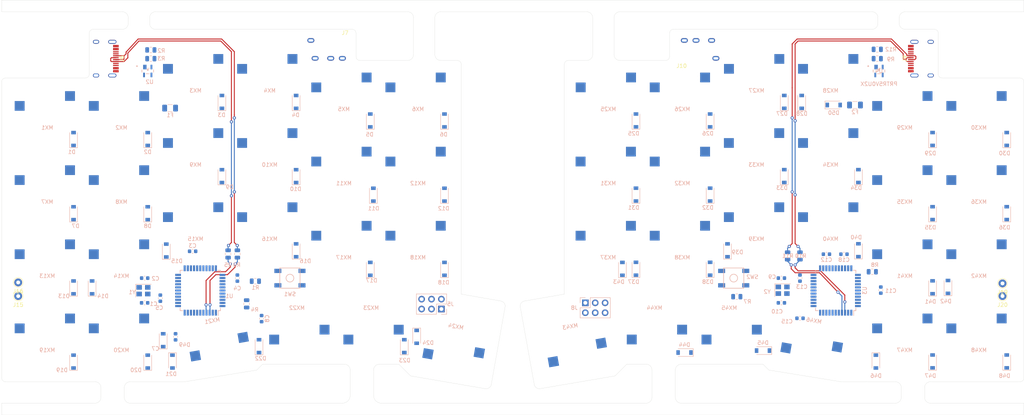
<source format=kicad_pcb>
(kicad_pcb (version 20171130) (host pcbnew "(5.1.7)-1")
  (layers (0 F.Cu signal) (31 B.Cu signal) (34 B.Paste user) (35 F.Paste user) (36 B.SilkS user) (37 F.SilkS user) (38 B.Mask user) (39 F.Mask user) (44 Edge.Cuts user))
  (net 0 "")
  (net 1 GND)
  (net 2 +5V)
  (net 3 +5VA)
  (net 4 XTAL1)
  (net 5 XTAL2)
  (net 6 GNDA)
  (net 7 XTAL1_R)
  (net 8 XTAL2_R)
  (net 9 "Net-(D1-Pad2)")
  (net 10 "Net-(D2-Pad2)")
  (net 11 SCK)
  (net 12 "Net-(D3-Pad2)")
  (net 13 MOSI)
  (net 14 "Net-(D4-Pad2)")
  (net 15 MISO)
  (net 16 "Net-(D5-Pad2)")
  (net 17 "Net-(D6-Pad2)")
  (net 18 "Net-(D7-Pad2)")
  (net 19 "Net-(D8-Pad2)")
  (net 20 "Net-(D9-Pad2)")
  (net 21 "Net-(D10-Pad2)")
  (net 22 SCK_R)
  (net 23 MOSI_R)
  (net 24 "Net-(D11-Pad2)")
  (net 25 "Net-(D12-Pad2)")
  (net 26 MISO_R)
  (net 27 "Net-(D13-Pad2)")
  (net 28 "Net-(D14-Pad2)")
  (net 29 "Net-(D15-Pad2)")
  (net 30 "Net-(D16-Pad2)")
  (net 31 "Net-(D17-Pad2)")
  (net 32 "Net-(D18-Pad2)")
  (net 33 "Net-(D19-Pad2)")
  (net 34 "Net-(D20-Pad2)")
  (net 35 "Net-(D21-Pad2)")
  (net 36 "Net-(D22-Pad2)")
  (net 37 "Net-(D23-Pad2)")
  (net 38 "Net-(D24-Pad2)")
  (net 39 "Net-(D25-Pad2)")
  (net 40 "Net-(D26-Pad2)")
  (net 41 "Net-(D27-Pad2)")
  (net 42 "Net-(D28-Pad2)")
  (net 43 "Net-(D29-Pad2)")
  (net 44 "Net-(D30-Pad2)")
  (net 45 "Net-(D31-Pad2)")
  (net 46 "Net-(D32-Pad2)")
  (net 47 "Net-(D33-Pad2)")
  (net 48 "Net-(D34-Pad2)")
  (net 49 "Net-(D35-Pad2)")
  (net 50 "Net-(D36-Pad2)")
  (net 51 "Net-(D37-Pad2)")
  (net 52 "Net-(D38-Pad2)")
  (net 53 "Net-(D39-Pad2)")
  (net 54 "Net-(D40-Pad2)")
  (net 55 "Net-(D41-Pad2)")
  (net 56 "Net-(D42-Pad2)")
  (net 57 "Net-(D43-Pad2)")
  (net 58 "Net-(D44-Pad2)")
  (net 59 "Net-(D45-Pad2)")
  (net 60 "Net-(D46-Pad2)")
  (net 61 "Net-(D47-Pad2)")
  (net 62 "Net-(D48-Pad2)")
  (net 63 VCC)
  (net 64 VDD)
  (net 65 RESET)
  (net 66 RESET_R)
  (net 67 col0)
  (net 68 col1)
  (net 69 col0_R)
  (net 70 col1_R)
  (net 71 col5)
  (net 72 col5_R)
  (net 73 D-)
  (net 74 D+)
  (net 75 D-_R)
  (net 76 D+_R)
  (net 77 "Net-(U1-Pad42)")
  (net 78 "Net-(U1-Pad41)")
  (net 79 "Net-(U1-Pad40)")
  (net 80 "Net-(U1-Pad39)")
  (net 81 "Net-(U1-Pad38)")
  (net 82 "Net-(U1-Pad37)")
  (net 83 "Net-(U1-Pad36)")
  (net 84 "Net-(U1-Pad27)")
  (net 85 "Net-(U1-Pad26)")
  (net 86 DATA)
  (net 87 "Net-(U1-Pad1)")
  (net 88 DATA_R)
  (net 89 "Net-(C8-Pad1)")
  (net 90 "Net-(C18-Pad1)")
  (net 91 "Net-(R4-Pad1)")
  (net 92 "Net-(R8-Pad1)")
  (net 93 "Net-(U3-Pad1)")
  (net 94 "Net-(U3-Pad26)")
  (net 95 "Net-(U3-Pad36)")
  (net 96 "Net-(U3-Pad37)")
  (net 97 "Net-(U3-Pad38)")
  (net 98 "Net-(U3-Pad39)")
  (net 99 "Net-(U3-Pad40)")
  (net 100 "Net-(U3-Pad41)")
  (net 101 "Net-(U3-Pad42)")
  (net 102 "Net-(J6-Pad3)")
  (net 103 "Net-(J6-Pad10)")
  (net 104 "Net-(J6-Pad4)")
  (net 105 "Net-(J6-Pad9)")
  (net 106 "Net-(J6-Pad5)")
  (net 107 "Net-(J6-Pad6)")
  (net 108 "Net-(J7-Pad4)")
  (net 109 "Net-(J9-Pad3)")
  (net 110 "Net-(J9-Pad10)")
  (net 111 "Net-(J9-Pad4)")
  (net 112 "Net-(J9-Pad9)")
  (net 113 "Net-(J9-Pad5)")
  (net 114 "Net-(J9-Pad6)")
  (net 115 "Net-(J10-Pad4)")
  (net 116 row2)
  (net 117 row3)
  (net 118 row2_R)
  (net 119 row3_R)
  (net 120 "Net-(U3-Pad12)")
  (net 121 VBUS)
  (net 122 VDC)
  (net 123 reserve1)
  (net 124 reserve2)
  (net 125 reserve1_R)
  (net 126 reserve2_R)
  (module Connector_Pin:Pin_D1.0mm_L10.0mm (layer F.Cu) (at 351.2 152.2)
    (fp_text reference J20 (at 0 2.25) (layer F.SilkS))
    (fp_text value Conn_01x01)
    (pad 1 thru_hole circle (at 0 0) (size 2 2) (drill 1) (layers *.Cu *.Mask) (net 126 reserve2_R))
  )
  (module Connector_Pin:Pin_D1.0mm_L10.0mm (layer F.Cu) (at 351.2 148.95)
    (fp_text reference J19 (at 0 2.25) (layer F.SilkS))
    (fp_text value Conn_01x01)
    (pad 1 thru_hole circle (at 0 0) (size 2 2) (drill 1) (layers *.Cu *.Mask) (net 125 reserve1_R))
  )
  (module Connector_Pin:Pin_D1.0mm_L10.0mm (layer F.Cu) (at 98.45 148.7)
    (fp_text reference J16 (at 0 2.25) (layer F.SilkS))
    (fp_text value Conn_01x01)
    (pad 1 thru_hole circle (at 0 0) (size 2 2) (drill 1) (layers *.Cu *.Mask) (net 124 reserve2))
  )
  (module Connector_Pin:Pin_D1.0mm_L10.0mm (layer F.Cu) (at 98.45 152.2)
    (fp_text reference J15 (at 0 2.25) (layer F.SilkS))
    (fp_text value Conn_01x01)
    (pad 1 thru_hole circle (at 0 0) (size 2 2) (drill 1) (layers *.Cu *.Mask) (net 123 reserve1))
  )
  (module MX_Only:MXOnly-1U-Hotswap (layer F.Cu) (at 124.95 105.91)
    (fp_text reference MX2)
    (fp_text value MX-noLED)
    (fp_text user %R (at 0 3.048) (layer B.SilkS) (effects (justify mirror)))
    (pad 2 smd rect (at 5.842 -5.08) (size 2.55 2.5) (layers B.Cu B.Paste B.Mask) (net 10 "Net-(D2-Pad2)"))
    (pad 1 smd rect (at -7.085 -2.54) (size 2.55 2.5) (layers B.Cu B.Paste B.Mask) (net 68 col1))
    (pad "" np_thru_hole circle (at 5.08 0 48.0996) (size 1.75 1.75) (drill 1.75) (layers *.Cu *.Mask))
    (pad "" np_thru_hole circle (at -5.08 0 48.0996) (size 1.75 1.75) (drill 1.75) (layers *.Cu *.Mask))
    (pad "" np_thru_hole circle (at -3.81 -2.54) (size 3 3) (drill 3) (layers *.Cu *.Mask))
    (pad "" np_thru_hole circle (at 0 0) (size 3.9878 3.9878) (drill 3.9878) (layers *.Cu *.Mask))
    (pad "" np_thru_hole circle (at 2.54 -5.08) (size 3 3) (drill 3) (layers *.Cu *.Mask))
  )
  (module MX_Only:MXOnly-1U-Hotswap (layer F.Cu) (at 124.95 143.99)
    (fp_text reference MX14)
    (fp_text value MX-noLED)
    (fp_text user %R (at 0 3.048) (layer B.SilkS) (effects (justify mirror)))
    (pad "" np_thru_hole circle (at 2.54 -5.08) (size 3 3) (drill 3) (layers *.Cu *.Mask))
    (pad "" np_thru_hole circle (at 0 0) (size 3.9878 3.9878) (drill 3.9878) (layers *.Cu *.Mask))
    (pad "" np_thru_hole circle (at -3.81 -2.54) (size 3 3) (drill 3) (layers *.Cu *.Mask))
    (pad "" np_thru_hole circle (at -5.08 0 48.0996) (size 1.75 1.75) (drill 1.75) (layers *.Cu *.Mask))
    (pad "" np_thru_hole circle (at 5.08 0 48.0996) (size 1.75 1.75) (drill 1.75) (layers *.Cu *.Mask))
    (pad 1 smd rect (at -7.085 -2.54) (size 2.55 2.5) (layers B.Cu B.Paste B.Mask) (net 68 col1))
    (pad 2 smd rect (at 5.842 -5.08) (size 2.55 2.5) (layers B.Cu B.Paste B.Mask) (net 28 "Net-(D14-Pad2)"))
  )
  (module MX_Only:MXOnly-1U-Hotswap (layer F.Cu) (at 163.03 96.39)
    (fp_text reference MX4)
    (fp_text value MX-noLED)
    (fp_text user %R (at 0 3.048) (layer B.SilkS) (effects (justify mirror)))
    (pad 2 smd rect (at 5.842 -5.08) (size 2.55 2.5) (layers B.Cu B.Paste B.Mask) (net 14 "Net-(D4-Pad2)"))
    (pad 1 smd rect (at -7.085 -2.54) (size 2.55 2.5) (layers B.Cu B.Paste B.Mask) (net 68 col1))
    (pad "" np_thru_hole circle (at 5.08 0 48.0996) (size 1.75 1.75) (drill 1.75) (layers *.Cu *.Mask))
    (pad "" np_thru_hole circle (at -5.08 0 48.0996) (size 1.75 1.75) (drill 1.75) (layers *.Cu *.Mask))
    (pad "" np_thru_hole circle (at -3.81 -2.54) (size 3 3) (drill 3) (layers *.Cu *.Mask))
    (pad "" np_thru_hole circle (at 0 0) (size 3.9878 3.9878) (drill 3.9878) (layers *.Cu *.Mask))
    (pad "" np_thru_hole circle (at 2.54 -5.08) (size 3 3) (drill 3) (layers *.Cu *.Mask))
  )
  (module Diode_SMD:D_SOD-123 (layer B.Cu) (at 307.862 103.138)
    (fp_text reference D50 (at 0 2) (layer B.SilkS) (effects (justify mirror)))
    (fp_text value D_Schottky_Small)
    (pad 2 smd rect (at 1.65 0) (size 0.9 1.2) (layers B.Cu B.Paste B.Mask) (net 122 VDC))
    (pad 1 smd rect (at -1.65 0) (size 0.9 1.2) (layers B.Cu B.Paste B.Mask) (net 3 +5VA))
  )
  (module Diode_SMD:D_SOD-123 (layer B.Cu) (at 135.681 163.525 90)
    (fp_text reference D49 (at -1.175 5.519 180) (layer B.SilkS) (effects (justify mirror)))
    (fp_text value D_Schottky_Small)
    (pad 2 smd rect (at 1.65 0 90) (size 0.9 1.2) (layers B.Cu B.Paste B.Mask) (net 121 VBUS))
    (pad 1 smd rect (at -1.65 0 90) (size 0.9 1.2) (layers B.Cu B.Paste B.Mask) (net 2 +5V))
  )
  (module random-keyboard-parts:breakaway-mousebites (layer F.Cu) (at 321.97 83.954)
    (fp_text reference J14)
    (fp_text value Breakaway_Tabs)
    (pad "" np_thru_hole circle (at -2.54 -0.254) (size 0.7874 0.7874) (drill 0.7874) (layers *.Cu *.Mask))
    (pad "" np_thru_hole circle (at -1.27 -0.254) (size 0.7874 0.7874) (drill 0.7874) (layers *.Cu *.Mask))
    (pad "" np_thru_hole circle (at 2.54 -0.254) (size 0.7874 0.7874) (drill 0.7874) (layers *.Cu *.Mask))
    (pad "" np_thru_hole circle (at 1.27 -0.254) (size 0.7874 0.7874) (drill 0.7874) (layers *.Cu *.Mask))
    (pad "" np_thru_hole circle (at 0 -0.254) (size 0.7874 0.7874) (drill 0.7874) (layers *.Cu *.Mask))
  )
  (module random-keyboard-parts:breakaway-mousebites (layer F.Cu) (at 264.2 170.2)
    (fp_text reference J13)
    (fp_text value Breakaway_Tabs)
    (pad "" np_thru_hole circle (at -2.54 -0.254) (size 0.7874 0.7874) (drill 0.7874) (layers *.Cu *.Mask))
    (pad "" np_thru_hole circle (at -1.27 -0.254) (size 0.7874 0.7874) (drill 0.7874) (layers *.Cu *.Mask))
    (pad "" np_thru_hole circle (at 2.54 -0.254) (size 0.7874 0.7874) (drill 0.7874) (layers *.Cu *.Mask))
    (pad "" np_thru_hole circle (at 1.27 -0.254) (size 0.7874 0.7874) (drill 0.7874) (layers *.Cu *.Mask))
    (pad "" np_thru_hole circle (at 0 -0.254) (size 0.7874 0.7874) (drill 0.7874) (layers *.Cu *.Mask))
  )
  (module random-keyboard-parts:breakaway-mousebites (layer F.Cu) (at 328.16 174.454)
    (fp_text reference J12)
    (fp_text value Breakaway_Tabs)
    (pad "" np_thru_hole circle (at -2.54 -0.254) (size 0.7874 0.7874) (drill 0.7874) (layers *.Cu *.Mask))
    (pad "" np_thru_hole circle (at -1.27 -0.254) (size 0.7874 0.7874) (drill 0.7874) (layers *.Cu *.Mask))
    (pad "" np_thru_hole circle (at 2.54 -0.254) (size 0.7874 0.7874) (drill 0.7874) (layers *.Cu *.Mask))
    (pad "" np_thru_hole circle (at 1.27 -0.254) (size 0.7874 0.7874) (drill 0.7874) (layers *.Cu *.Mask))
    (pad "" np_thru_hole circle (at 0 -0.254) (size 0.7874 0.7874) (drill 0.7874) (layers *.Cu *.Mask))
  )
  (module random-keyboard-parts:breakaway-mousebites (layer F.Cu) (at 248.74 91.954)
    (fp_text reference J11)
    (fp_text value Breakaway_Tabs)
    (pad "" np_thru_hole circle (at -2.54 -0.254) (size 0.7874 0.7874) (drill 0.7874) (layers *.Cu *.Mask))
    (pad "" np_thru_hole circle (at -1.27 -0.254) (size 0.7874 0.7874) (drill 0.7874) (layers *.Cu *.Mask))
    (pad "" np_thru_hole circle (at 2.54 -0.254) (size 0.7874 0.7874) (drill 0.7874) (layers *.Cu *.Mask))
    (pad "" np_thru_hole circle (at 1.27 -0.254) (size 0.7874 0.7874) (drill 0.7874) (layers *.Cu *.Mask))
    (pad "" np_thru_hole circle (at 0 -0.254) (size 0.7874 0.7874) (drill 0.7874) (layers *.Cu *.Mask))
  )
  (module random-keyboard-parts:PJ-3200B-4A-Assembly (layer F.Cu) (at 266.3 88.85)
    (fp_text reference J10 (at 2.5 4.25) (layer F.SilkS))
    (fp_text value Conn_01x04)
    (pad "" np_thru_hole circle (at 8.6 0) (size 1.5 1.5) (drill 1.5) (layers *.Cu *.Mask))
    (pad "" np_thru_hole circle (at 1.6 0) (size 1.5 1.5) (drill 1.5) (layers *.Cu *.Mask))
    (pad 4 thru_hole oval (at 11.3 2.3) (size 1.8 1.2) (drill oval 1.2 0.6) (layers *.Cu *.Mask) (net 115 "Net-(J10-Pad4)"))
    (pad 3 thru_hole oval (at 10.2 -2.3) (size 1.8 1.2) (drill oval 1.2 0.6) (layers *.Cu *.Mask) (net 3 +5VA))
    (pad 2 thru_hole oval (at 6.2 -2.3) (size 1.8 1.2) (drill oval 1.2 0.6) (layers *.Cu *.Mask) (net 6 GNDA))
    (pad 1 thru_hole oval (at 3.2 -2.3) (size 1.8 1.2) (drill oval 1.2 0.6) (layers *.Cu *.Mask) (net 88 DATA_R))
  )
  (module Type-C:HRO-TYPE-C-31-M-12-Assembly (layer F.Cu) (at 335.356 91.2312 90)
    (fp_text reference J9 (at 0 -9.25 90) (layer F.SilkS))
    (fp_text value USB_C_Receptacle_USB2.0)
    (pad 12 smd rect (at 3.225 -7.695 90) (size 0.6 1.45) (layers F.Cu F.Paste F.Mask) (net 6 GNDA))
    (pad 1 smd rect (at -3.225 -7.695 90) (size 0.6 1.45) (layers F.Cu F.Paste F.Mask) (net 6 GNDA))
    (pad 11 smd rect (at 2.45 -7.695 90) (size 0.6 1.45) (layers F.Cu F.Paste F.Mask) (net 64 VDD))
    (pad 2 smd rect (at -2.45 -7.695 90) (size 0.6 1.45) (layers F.Cu F.Paste F.Mask) (net 64 VDD))
    (pad 3 smd rect (at -1.75 -7.695 90) (size 0.3 1.45) (layers F.Cu F.Paste F.Mask) (net 109 "Net-(J9-Pad3)"))
    (pad 10 smd rect (at 1.75 -7.695 90) (size 0.3 1.45) (layers F.Cu F.Paste F.Mask) (net 110 "Net-(J9-Pad10)"))
    (pad 4 smd rect (at -1.25 -7.695 90) (size 0.3 1.45) (layers F.Cu F.Paste F.Mask) (net 111 "Net-(J9-Pad4)"))
    (pad 9 smd rect (at 1.25 -7.695 90) (size 0.3 1.45) (layers F.Cu F.Paste F.Mask) (net 112 "Net-(J9-Pad9)"))
    (pad 5 smd rect (at -0.75 -7.695 90) (size 0.3 1.45) (layers F.Cu F.Paste F.Mask) (net 113 "Net-(J9-Pad5)"))
    (pad 8 smd rect (at 0.75 -7.695 90) (size 0.3 1.45) (layers F.Cu F.Paste F.Mask) (net 114 "Net-(J9-Pad6)"))
    (pad 7 smd rect (at 0.25 -7.695 90) (size 0.3 1.45) (layers F.Cu F.Paste F.Mask) (net 113 "Net-(J9-Pad5)"))
    (pad 6 smd rect (at -0.25 -7.695 90) (size 0.3 1.45) (layers F.Cu F.Paste F.Mask) (net 114 "Net-(J9-Pad6)"))
    (pad "" np_thru_hole circle (at 2.89 -6.25 90) (size 0.65 0.65) (drill 0.65) (layers *.Cu *.Mask))
    (pad "" np_thru_hole circle (at -2.89 -6.25 90) (size 0.65 0.65) (drill 0.65) (layers *.Cu *.Mask))
    (pad 13 thru_hole oval (at -4.32 -6.78 90) (size 1 2.1) (drill oval 0.6 1.7) (layers *.Cu *.Mask) (net 6 GNDA))
    (pad 13 thru_hole oval (at 4.32 -6.78 90) (size 1 2.1) (drill oval 0.6 1.7) (layers *.Cu *.Mask) (net 6 GNDA))
    (pad 13 thru_hole oval (at -4.32 -2.6 90) (size 1 1.6) (drill oval 0.6 1.2) (layers *.Cu *.Mask) (net 6 GNDA))
    (pad 13 thru_hole oval (at 4.32 -2.6 90) (size 1 1.6) (drill oval 0.6 1.2) (layers *.Cu *.Mask) (net 6 GNDA))
  )
  (module random-keyboard-parts:PJ-3200B-4A-Assembly (layer F.Cu) (at 184.894 88.85 180)
    (fp_text reference J7 (at 2.5 4.25) (layer F.SilkS))
    (fp_text value Conn_01x04)
    (pad "" np_thru_hole circle (at 8.6 0 180) (size 1.5 1.5) (drill 1.5) (layers *.Cu *.Mask))
    (pad "" np_thru_hole circle (at 1.6 0 180) (size 1.5 1.5) (drill 1.5) (layers *.Cu *.Mask))
    (pad 4 thru_hole oval (at 11.3 2.3 180) (size 1.8 1.2) (drill oval 1.2 0.6) (layers *.Cu *.Mask) (net 108 "Net-(J7-Pad4)"))
    (pad 3 thru_hole oval (at 10.2 -2.3 180) (size 1.8 1.2) (drill oval 1.2 0.6) (layers *.Cu *.Mask) (net 2 +5V))
    (pad 2 thru_hole oval (at 6.2 -2.3 180) (size 1.8 1.2) (drill oval 1.2 0.6) (layers *.Cu *.Mask) (net 1 GND))
    (pad 1 thru_hole oval (at 3.2 -2.3 180) (size 1.8 1.2) (drill oval 1.2 0.6) (layers *.Cu *.Mask) (net 86 DATA))
  )
  (module Type-C:HRO-TYPE-C-31-M-12-Assembly (layer F.Cu) (at 115.838 91.2312 270)
    (fp_text reference J6 (at 0 -9.25 90) (layer F.SilkS))
    (fp_text value USB_C_Receptacle_USB2.0)
    (pad 12 smd rect (at 3.225 -7.695 270) (size 0.6 1.45) (layers F.Cu F.Paste F.Mask) (net 1 GND))
    (pad 1 smd rect (at -3.225 -7.695 270) (size 0.6 1.45) (layers F.Cu F.Paste F.Mask) (net 1 GND))
    (pad 11 smd rect (at 2.45 -7.695 270) (size 0.6 1.45) (layers F.Cu F.Paste F.Mask) (net 63 VCC))
    (pad 2 smd rect (at -2.45 -7.695 270) (size 0.6 1.45) (layers F.Cu F.Paste F.Mask) (net 63 VCC))
    (pad 3 smd rect (at -1.75 -7.695 270) (size 0.3 1.45) (layers F.Cu F.Paste F.Mask) (net 102 "Net-(J6-Pad3)"))
    (pad 10 smd rect (at 1.75 -7.695 270) (size 0.3 1.45) (layers F.Cu F.Paste F.Mask) (net 103 "Net-(J6-Pad10)"))
    (pad 4 smd rect (at -1.25 -7.695 270) (size 0.3 1.45) (layers F.Cu F.Paste F.Mask) (net 104 "Net-(J6-Pad4)"))
    (pad 9 smd rect (at 1.25 -7.695 270) (size 0.3 1.45) (layers F.Cu F.Paste F.Mask) (net 105 "Net-(J6-Pad9)"))
    (pad 5 smd rect (at -0.75 -7.695 270) (size 0.3 1.45) (layers F.Cu F.Paste F.Mask) (net 106 "Net-(J6-Pad5)"))
    (pad 8 smd rect (at 0.75 -7.695 270) (size 0.3 1.45) (layers F.Cu F.Paste F.Mask) (net 107 "Net-(J6-Pad6)"))
    (pad 7 smd rect (at 0.25 -7.695 270) (size 0.3 1.45) (layers F.Cu F.Paste F.Mask) (net 106 "Net-(J6-Pad5)"))
    (pad 6 smd rect (at -0.25 -7.695 270) (size 0.3 1.45) (layers F.Cu F.Paste F.Mask) (net 107 "Net-(J6-Pad6)"))
    (pad "" np_thru_hole circle (at 2.89 -6.25 270) (size 0.65 0.65) (drill 0.65) (layers *.Cu *.Mask))
    (pad "" np_thru_hole circle (at -2.89 -6.25 270) (size 0.65 0.65) (drill 0.65) (layers *.Cu *.Mask))
    (pad 13 thru_hole oval (at -4.32 -6.78 270) (size 1 2.1) (drill oval 0.6 1.7) (layers *.Cu *.Mask) (net 1 GND))
    (pad 13 thru_hole oval (at 4.32 -6.78 270) (size 1 2.1) (drill oval 0.6 1.7) (layers *.Cu *.Mask) (net 1 GND))
    (pad 13 thru_hole oval (at -4.32 -2.6 270) (size 1 1.6) (drill oval 0.6 1.2) (layers *.Cu *.Mask) (net 1 GND))
    (pad 13 thru_hole oval (at 4.32 -2.6 270) (size 1 1.6) (drill oval 0.6 1.2) (layers *.Cu *.Mask) (net 1 GND))
  )
  (module random-keyboard-parts:breakaway-mousebites (layer F.Cu) (at 129.43 83.954)
    (fp_text reference J4)
    (fp_text value Breakaway_Tabs)
    (pad "" np_thru_hole circle (at -2.54 -0.254) (size 0.7874 0.7874) (drill 0.7874) (layers *.Cu *.Mask))
    (pad "" np_thru_hole circle (at -1.27 -0.254) (size 0.7874 0.7874) (drill 0.7874) (layers *.Cu *.Mask))
    (pad "" np_thru_hole circle (at 2.54 -0.254) (size 0.7874 0.7874) (drill 0.7874) (layers *.Cu *.Mask))
    (pad "" np_thru_hole circle (at 1.27 -0.254) (size 0.7874 0.7874) (drill 0.7874) (layers *.Cu *.Mask))
    (pad "" np_thru_hole circle (at 0 -0.254) (size 0.7874 0.7874) (drill 0.7874) (layers *.Cu *.Mask))
  )
  (module MX_Only:MXOnly-1U-Hotswap (layer F.Cu) (at 249.972 101.15)
    (fp_text reference MX25)
    (fp_text value MX-noLED)
    (fp_text user %R (at 0 3.048) (layer B.SilkS) (effects (justify mirror)))
    (pad "" np_thru_hole circle (at 2.54 -5.08) (size 3 3) (drill 3) (layers *.Cu *.Mask))
    (pad "" np_thru_hole circle (at 0 0) (size 3.9878 3.9878) (drill 3.9878) (layers *.Cu *.Mask))
    (pad "" np_thru_hole circle (at -3.81 -2.54) (size 3 3) (drill 3) (layers *.Cu *.Mask))
    (pad "" np_thru_hole circle (at -5.08 0 48.0996) (size 1.75 1.75) (drill 1.75) (layers *.Cu *.Mask))
    (pad "" np_thru_hole circle (at 5.08 0 48.0996) (size 1.75 1.75) (drill 1.75) (layers *.Cu *.Mask))
    (pad 1 smd rect (at -7.085 -2.54) (size 2.55 2.5) (layers B.Cu B.Paste B.Mask) (net 69 col0_R))
    (pad 2 smd rect (at 5.842 -5.08) (size 2.55 2.5) (layers B.Cu B.Paste B.Mask) (net 39 "Net-(D25-Pad2)"))
  )
  (module Package_QFP:TQFP-44_10x10mm_P0.8mm (layer B.Cu) (at 308.369 150.762 90)
    (fp_text reference U3 (at 0 7.45 90) (layer B.SilkS) (effects (justify mirror)))
    (fp_text value ATmega32U4-AU)
    (pad 44 smd rect (at -4 5.7) (size 1.5 0.55) (layers B.Cu B.Paste B.Mask) (net 3 +5VA))
    (pad 43 smd rect (at -3.2 5.7) (size 1.5 0.55) (layers B.Cu B.Paste B.Mask) (net 6 GNDA))
    (pad 42 smd rect (at -2.4 5.7) (size 1.5 0.55) (layers B.Cu B.Paste B.Mask) (net 101 "Net-(U3-Pad42)"))
    (pad 41 smd rect (at -1.6 5.7) (size 1.5 0.55) (layers B.Cu B.Paste B.Mask) (net 100 "Net-(U3-Pad41)"))
    (pad 40 smd rect (at -0.8 5.7) (size 1.5 0.55) (layers B.Cu B.Paste B.Mask) (net 99 "Net-(U3-Pad40)"))
    (pad 39 smd rect (at 0 5.7) (size 1.5 0.55) (layers B.Cu B.Paste B.Mask) (net 98 "Net-(U3-Pad39)"))
    (pad 38 smd rect (at 0.8 5.7) (size 1.5 0.55) (layers B.Cu B.Paste B.Mask) (net 97 "Net-(U3-Pad38)"))
    (pad 37 smd rect (at 1.6 5.7) (size 1.5 0.55) (layers B.Cu B.Paste B.Mask) (net 96 "Net-(U3-Pad37)"))
    (pad 36 smd rect (at 2.4 5.7) (size 1.5 0.55) (layers B.Cu B.Paste B.Mask) (net 95 "Net-(U3-Pad36)"))
    (pad 35 smd rect (at 3.2 5.7) (size 1.5 0.55) (layers B.Cu B.Paste B.Mask) (net 6 GNDA))
    (pad 34 smd rect (at 4 5.7) (size 1.5 0.55) (layers B.Cu B.Paste B.Mask) (net 3 +5VA))
    (pad 33 smd rect (at 5.7 4 90) (size 1.5 0.55) (layers B.Cu B.Paste B.Mask) (net 92 "Net-(R8-Pad1)"))
    (pad 32 smd rect (at 5.7 3.2 90) (size 1.5 0.55) (layers B.Cu B.Paste B.Mask) (net 69 col0_R))
    (pad 31 smd rect (at 5.7 2.4 90) (size 1.5 0.55) (layers B.Cu B.Paste B.Mask) (net 70 col1_R))
    (pad 30 smd rect (at 5.7 1.6 90) (size 1.5 0.55) (layers B.Cu B.Paste B.Mask) (net 70 col1_R))
    (pad 29 smd rect (at 5.7 0.8 90) (size 1.5 0.55) (layers B.Cu B.Paste B.Mask) (net 70 col1_R))
    (pad 28 smd rect (at 5.7 0 90) (size 1.5 0.55) (layers B.Cu B.Paste B.Mask) (net 70 col1_R))
    (pad 27 smd rect (at 5.7 -0.8 90) (size 1.5 0.55) (layers B.Cu B.Paste B.Mask) (net 72 col5_R))
    (pad 26 smd rect (at 5.7 -1.6 90) (size 1.5 0.55) (layers B.Cu B.Paste B.Mask) (net 94 "Net-(U3-Pad26)"))
    (pad 25 smd rect (at 5.7 -2.4 90) (size 1.5 0.55) (layers B.Cu B.Paste B.Mask) (net 119 row3_R))
    (pad 24 smd rect (at 5.7 -3.2 90) (size 1.5 0.55) (layers B.Cu B.Paste B.Mask) (net 3 +5VA))
    (pad 23 smd rect (at 5.7 -4 90) (size 1.5 0.55) (layers B.Cu B.Paste B.Mask) (net 6 GNDA))
    (pad 22 smd rect (at 4 -5.7) (size 1.5 0.55) (layers B.Cu B.Paste B.Mask) (net 118 row2_R))
    (pad 21 smd rect (at 3.2 -5.7) (size 1.5 0.55) (layers B.Cu B.Paste B.Mask) (net 70 col1_R))
    (pad 20 smd rect (at 2.4 -5.7) (size 1.5 0.55) (layers B.Cu B.Paste B.Mask) (net 88 DATA_R))
    (pad 19 smd rect (at 1.6 -5.7) (size 1.5 0.55) (layers B.Cu B.Paste B.Mask) (net 126 reserve2_R))
    (pad 18 smd rect (at 0.8 -5.7) (size 1.5 0.55) (layers B.Cu B.Paste B.Mask) (net 125 reserve1_R))
    (pad 17 smd rect (at 0 -5.7) (size 1.5 0.55) (layers B.Cu B.Paste B.Mask) (net 7 XTAL1_R))
    (pad 16 smd rect (at -0.8 -5.7) (size 1.5 0.55) (layers B.Cu B.Paste B.Mask) (net 8 XTAL2_R))
    (pad 15 smd rect (at -1.6 -5.7) (size 1.5 0.55) (layers B.Cu B.Paste B.Mask) (net 6 GNDA))
    (pad 14 smd rect (at -2.4 -5.7) (size 1.5 0.55) (layers B.Cu B.Paste B.Mask) (net 3 +5VA))
    (pad 13 smd rect (at -3.2 -5.7) (size 1.5 0.55) (layers B.Cu B.Paste B.Mask) (net 66 RESET_R))
    (pad 12 smd rect (at -4 -5.7) (size 1.5 0.55) (layers B.Cu B.Paste B.Mask) (net 120 "Net-(U3-Pad12)"))
    (pad 11 smd rect (at -5.7 -4 90) (size 1.5 0.55) (layers B.Cu B.Paste B.Mask) (net 26 MISO_R))
    (pad 10 smd rect (at -5.7 -3.2 90) (size 1.5 0.55) (layers B.Cu B.Paste B.Mask) (net 23 MOSI_R))
    (pad 9 smd rect (at -5.7 -2.4 90) (size 1.5 0.55) (layers B.Cu B.Paste B.Mask) (net 22 SCK_R))
    (pad 8 smd rect (at -5.7 -1.6 90) (size 1.5 0.55) (layers B.Cu B.Paste B.Mask) (net 70 col1_R))
    (pad 7 smd rect (at -5.7 -0.8 90) (size 1.5 0.55) (layers B.Cu B.Paste B.Mask) (net 122 VDC))
    (pad 6 smd rect (at -5.7 0 90) (size 1.5 0.55) (layers B.Cu B.Paste B.Mask) (net 90 "Net-(C18-Pad1)"))
    (pad 5 smd rect (at -5.7 0.8 90) (size 1.5 0.55) (layers B.Cu B.Paste B.Mask) (net 6 GNDA))
    (pad 4 smd rect (at -5.7 1.6 90) (size 1.5 0.55) (layers B.Cu B.Paste B.Mask) (net 76 D+_R))
    (pad 3 smd rect (at -5.7 2.4 90) (size 1.5 0.55) (layers B.Cu B.Paste B.Mask) (net 75 D-_R))
    (pad 2 smd rect (at -5.7 3.2 90) (size 1.5 0.55) (layers B.Cu B.Paste B.Mask) (net 3 +5VA))
    (pad 1 smd rect (at -5.7 4 90) (size 1.5 0.55) (layers B.Cu B.Paste B.Mask) (net 93 "Net-(U3-Pad1)"))
  )
  (module Package_QFP:TQFP-44_10x10mm_P0.8mm (layer B.Cu) (at 145.206 150.762 90)
    (fp_text reference U1 (at -1.438 7.45 180) (layer B.SilkS) (effects (justify mirror)))
    (fp_text value ATmega32U4-AU)
    (pad 1 smd rect (at -5.7 4 90) (size 1.5 0.55) (layers B.Cu B.Paste B.Mask) (net 87 "Net-(U1-Pad1)"))
    (pad 2 smd rect (at -5.7 3.2 90) (size 1.5 0.55) (layers B.Cu B.Paste B.Mask) (net 2 +5V))
    (pad 3 smd rect (at -5.7 2.4 90) (size 1.5 0.55) (layers B.Cu B.Paste B.Mask) (net 73 D-))
    (pad 4 smd rect (at -5.7 1.6 90) (size 1.5 0.55) (layers B.Cu B.Paste B.Mask) (net 74 D+))
    (pad 5 smd rect (at -5.7 0.8 90) (size 1.5 0.55) (layers B.Cu B.Paste B.Mask) (net 1 GND))
    (pad 6 smd rect (at -5.7 0 90) (size 1.5 0.55) (layers B.Cu B.Paste B.Mask) (net 89 "Net-(C8-Pad1)"))
    (pad 7 smd rect (at -5.7 -0.8 90) (size 1.5 0.55) (layers B.Cu B.Paste B.Mask) (net 121 VBUS))
    (pad 8 smd rect (at -5.7 -1.6 90) (size 1.5 0.55) (layers B.Cu B.Paste B.Mask) (net 68 col1))
    (pad 9 smd rect (at -5.7 -2.4 90) (size 1.5 0.55) (layers B.Cu B.Paste B.Mask) (net 11 SCK))
    (pad 10 smd rect (at -5.7 -3.2 90) (size 1.5 0.55) (layers B.Cu B.Paste B.Mask) (net 13 MOSI))
    (pad 11 smd rect (at -5.7 -4 90) (size 1.5 0.55) (layers B.Cu B.Paste B.Mask) (net 15 MISO))
    (pad 12 smd rect (at -4 -5.7) (size 1.5 0.55) (layers B.Cu B.Paste B.Mask) (net 68 col1))
    (pad 13 smd rect (at -3.2 -5.7) (size 1.5 0.55) (layers B.Cu B.Paste B.Mask) (net 65 RESET))
    (pad 14 smd rect (at -2.4 -5.7) (size 1.5 0.55) (layers B.Cu B.Paste B.Mask) (net 2 +5V))
    (pad 15 smd rect (at -1.6 -5.7) (size 1.5 0.55) (layers B.Cu B.Paste B.Mask) (net 1 GND))
    (pad 16 smd rect (at -0.8 -5.7) (size 1.5 0.55) (layers B.Cu B.Paste B.Mask) (net 5 XTAL2))
    (pad 17 smd rect (at 0 -5.7) (size 1.5 0.55) (layers B.Cu B.Paste B.Mask) (net 4 XTAL1))
    (pad 18 smd rect (at 0.8 -5.7) (size 1.5 0.55) (layers B.Cu B.Paste B.Mask) (net 123 reserve1))
    (pad 19 smd rect (at 1.6 -5.7) (size 1.5 0.55) (layers B.Cu B.Paste B.Mask) (net 124 reserve2))
    (pad 20 smd rect (at 2.4 -5.7) (size 1.5 0.55) (layers B.Cu B.Paste B.Mask) (net 86 DATA))
    (pad 21 smd rect (at 3.2 -5.7) (size 1.5 0.55) (layers B.Cu B.Paste B.Mask) (net 68 col1))
    (pad 22 smd rect (at 4 -5.7) (size 1.5 0.55) (layers B.Cu B.Paste B.Mask) (net 117 row3))
    (pad 23 smd rect (at 5.7 -4 90) (size 1.5 0.55) (layers B.Cu B.Paste B.Mask) (net 1 GND))
    (pad 24 smd rect (at 5.7 -3.2 90) (size 1.5 0.55) (layers B.Cu B.Paste B.Mask) (net 2 +5V))
    (pad 25 smd rect (at 5.7 -2.4 90) (size 1.5 0.55) (layers B.Cu B.Paste B.Mask) (net 116 row2))
    (pad 26 smd rect (at 5.7 -1.6 90) (size 1.5 0.55) (layers B.Cu B.Paste B.Mask) (net 85 "Net-(U1-Pad26)"))
    (pad 27 smd rect (at 5.7 -0.8 90) (size 1.5 0.55) (layers B.Cu B.Paste B.Mask) (net 84 "Net-(U1-Pad27)"))
    (pad 28 smd rect (at 5.7 0 90) (size 1.5 0.55) (layers B.Cu B.Paste B.Mask) (net 71 col5))
    (pad 29 smd rect (at 5.7 0.8 90) (size 1.5 0.55) (layers B.Cu B.Paste B.Mask) (net 68 col1))
    (pad 30 smd rect (at 5.7 1.6 90) (size 1.5 0.55) (layers B.Cu B.Paste B.Mask) (net 68 col1))
    (pad 31 smd rect (at 5.7 2.4 90) (size 1.5 0.55) (layers B.Cu B.Paste B.Mask) (net 68 col1))
    (pad 32 smd rect (at 5.7 3.2 90) (size 1.5 0.55) (layers B.Cu B.Paste B.Mask) (net 67 col0))
    (pad 33 smd rect (at 5.7 4 90) (size 1.5 0.55) (layers B.Cu B.Paste B.Mask) (net 91 "Net-(R4-Pad1)"))
    (pad 34 smd rect (at 4 5.7) (size 1.5 0.55) (layers B.Cu B.Paste B.Mask) (net 2 +5V))
    (pad 35 smd rect (at 3.2 5.7) (size 1.5 0.55) (layers B.Cu B.Paste B.Mask) (net 1 GND))
    (pad 36 smd rect (at 2.4 5.7) (size 1.5 0.55) (layers B.Cu B.Paste B.Mask) (net 83 "Net-(U1-Pad36)"))
    (pad 37 smd rect (at 1.6 5.7) (size 1.5 0.55) (layers B.Cu B.Paste B.Mask) (net 82 "Net-(U1-Pad37)"))
    (pad 38 smd rect (at 0.8 5.7) (size 1.5 0.55) (layers B.Cu B.Paste B.Mask) (net 81 "Net-(U1-Pad38)"))
    (pad 39 smd rect (at 0 5.7) (size 1.5 0.55) (layers B.Cu B.Paste B.Mask) (net 80 "Net-(U1-Pad39)"))
    (pad 40 smd rect (at -0.8 5.7) (size 1.5 0.55) (layers B.Cu B.Paste B.Mask) (net 79 "Net-(U1-Pad40)"))
    (pad 41 smd rect (at -1.6 5.7) (size 1.5 0.55) (layers B.Cu B.Paste B.Mask) (net 78 "Net-(U1-Pad41)"))
    (pad 42 smd rect (at -2.4 5.7) (size 1.5 0.55) (layers B.Cu B.Paste B.Mask) (net 77 "Net-(U1-Pad42)"))
    (pad 43 smd rect (at -3.2 5.7) (size 1.5 0.55) (layers B.Cu B.Paste B.Mask) (net 1 GND))
    (pad 44 smd rect (at -4 5.7) (size 1.5 0.55) (layers B.Cu B.Paste B.Mask) (net 2 +5V))
  )
  (module Capacitor_SMD:C_0603_1608Metric (layer B.Cu) (at 130.912 153.938)
    (fp_text reference C1 (at 2.288 0.262) (layer B.SilkS) (effects (justify mirror)))
    (fp_text value 22pF)
    (pad 2 smd roundrect (at 0.7875 0) (size 0.875 0.95) (layers B.Cu B.Paste B.Mask) (net 4 XTAL1))
    (pad 1 smd roundrect (at -0.7875 0) (size 0.875 0.95) (layers B.Cu B.Paste B.Mask) (net 1 GND))
  )
  (module Capacitor_SMD:C_0603_1608Metric (layer B.Cu) (at 130.925 147.588)
    (fp_text reference C2 (at 2.775 0.112) (layer B.SilkS) (effects (justify mirror)))
    (fp_text value 22pF)
    (pad 1 smd roundrect (at -0.7875 0) (size 0.875 0.95) (layers B.Cu B.Paste B.Mask) (net 1 GND))
    (pad 2 smd roundrect (at 0.7875 0) (size 0.875 0.95) (layers B.Cu B.Paste B.Mask) (net 5 XTAL2))
  )
  (module Capacitor_SMD:C_0603_1608Metric (layer B.Cu) (at 143.2375 140.7 180)
    (fp_text reference C3 (at 0 1.43) (layer B.SilkS) (effects (justify mirror)))
    (fp_text value 0.1uF)
    (pad 1 smd roundrect (at -0.7875 0 180) (size 0.875 0.95) (layers B.Cu B.Paste B.Mask) (net 2 +5V))
    (pad 2 smd roundrect (at 0.7875 0 180) (size 0.875 0.95) (layers B.Cu B.Paste B.Mask) (net 1 GND))
  )
  (module Capacitor_SMD:C_0603_1608Metric (layer B.Cu) (at 154.731 147.588 270)
    (fp_text reference C4 (at 2.612 0.031) (layer B.SilkS) (effects (justify mirror)))
    (fp_text value 0.1uF)
    (pad 1 smd roundrect (at -0.7875 0 270) (size 0.875 0.95) (layers B.Cu B.Paste B.Mask) (net 2 +5V))
    (pad 2 smd roundrect (at 0.7875 0 270) (size 0.875 0.95) (layers B.Cu B.Paste B.Mask) (net 1 GND))
  )
  (module Capacitor_SMD:C_0603_1608Metric (layer B.Cu) (at 134.95 152.7375 270)
    (fp_text reference C5 (at 2.469 0.275 180) (layer B.SilkS) (effects (justify mirror)))
    (fp_text value 0.1uF)
    (pad 1 smd roundrect (at -0.7875 0 270) (size 0.875 0.95) (layers B.Cu B.Paste B.Mask) (net 2 +5V))
    (pad 2 smd roundrect (at 0.7875 0 270) (size 0.875 0.95) (layers B.Cu B.Paste B.Mask) (net 1 GND))
  )
  (module Capacitor_SMD:C_0603_1608Metric (layer B.Cu) (at 138.856 162.662 270)
    (fp_text reference C7 (at 3.038 5.156 180) (layer B.SilkS) (effects (justify mirror)))
    (fp_text value 10uF)
    (pad 2 smd roundrect (at 0.7875 0 270) (size 0.875 0.95) (layers B.Cu B.Paste B.Mask) (net 1 GND))
    (pad 1 smd roundrect (at -0.7875 0 270) (size 0.875 0.95) (layers B.Cu B.Paste B.Mask) (net 121 VBUS))
  )
  (module Capacitor_SMD:C_0603_1608Metric (layer B.Cu) (at 160.95 157.9875 90)
    (fp_text reference C8 (at 0 1.43 90) (layer B.SilkS) (effects (justify mirror)))
    (fp_text value 1uF)
    (pad 2 smd roundrect (at 0.7875 0 90) (size 0.875 0.95) (layers B.Cu B.Paste B.Mask) (net 1 GND))
    (pad 1 smd roundrect (at -0.7875 0 90) (size 0.875 0.95) (layers B.Cu B.Paste B.Mask) (net 89 "Net-(C8-Pad1)"))
  )
  (module Capacitor_SMD:C_0603_1608Metric (layer B.Cu) (at 294.425 147.588)
    (fp_text reference C9 (at -2.375 -0.318) (layer B.SilkS) (effects (justify mirror)))
    (fp_text value 22pF)
    (pad 1 smd roundrect (at -0.7875 0) (size 0.875 0.95) (layers B.Cu B.Paste B.Mask) (net 6 GNDA))
    (pad 2 smd roundrect (at 0.7875 0) (size 0.875 0.95) (layers B.Cu B.Paste B.Mask) (net 7 XTAL1_R))
  )
  (module Capacitor_SMD:C_0603_1608Metric (layer B.Cu) (at 294.425 153.938 180)
    (fp_text reference C10 (at 1.105 -2.222) (layer B.SilkS) (effects (justify mirror)))
    (fp_text value 22pF)
    (pad 2 smd roundrect (at 0.7875 0 180) (size 0.875 0.95) (layers B.Cu B.Paste B.Mask) (net 8 XTAL2_R))
    (pad 1 smd roundrect (at -0.7875 0 180) (size 0.875 0.95) (layers B.Cu B.Paste B.Mask) (net 6 GNDA))
  )
  (module Capacitor_SMD:C_0603_1608Metric (layer B.Cu) (at 319.95 150.6625 270)
    (fp_text reference C11 (at 0.165 -2.54 180) (layer B.SilkS) (effects (justify mirror)))
    (fp_text value 0.1uF)
    (pad 1 smd roundrect (at -0.7875 0 270) (size 0.875 0.95) (layers B.Cu B.Paste B.Mask) (net 3 +5VA))
    (pad 2 smd roundrect (at 0.7875 0 270) (size 0.875 0.95) (layers B.Cu B.Paste B.Mask) (net 6 GNDA))
  )
  (module Capacitor_SMD:C_0603_1608Metric (layer B.Cu) (at 305.9875 141.45)
    (fp_text reference C12 (at 0 1.43) (layer B.SilkS) (effects (justify mirror)))
    (fp_text value 0.1uF)
    (pad 2 smd roundrect (at 0.7875 0) (size 0.875 0.95) (layers B.Cu B.Paste B.Mask) (net 6 GNDA))
    (pad 1 smd roundrect (at -0.7875 0) (size 0.875 0.95) (layers B.Cu B.Paste B.Mask) (net 3 +5VA))
  )
  (module Capacitor_SMD:C_0603_1608Metric (layer B.Cu) (at 299.194 147.581 270)
    (fp_text reference C13 (at 2.229 -0.476) (layer B.SilkS) (effects (justify mirror)))
    (fp_text value 0.1uF)
    (pad 2 smd roundrect (at 0.7875 0 270) (size 0.875 0.95) (layers B.Cu B.Paste B.Mask) (net 6 GNDA))
    (pad 1 smd roundrect (at -0.7875 0 270) (size 0.875 0.95) (layers B.Cu B.Paste B.Mask) (net 3 +5VA))
  )
  (module Capacitor_SMD:C_0603_1608Metric (layer B.Cu) (at 299.2 157.906 180)
    (fp_text reference C15 (at 3.34 -0.794 180) (layer B.SilkS) (effects (justify mirror)))
    (fp_text value 10uF)
    (pad 1 smd roundrect (at -0.7875 0 180) (size 0.875 0.95) (layers B.Cu B.Paste B.Mask) (net 122 VDC))
    (pad 2 smd roundrect (at 0.7875 0 180) (size 0.875 0.95) (layers B.Cu B.Paste B.Mask) (net 6 GNDA))
  )
  (module Capacitor_SMD:C_0603_1608Metric (layer B.Cu) (at 310.4875 141.45)
    (fp_text reference C18 (at 0 1.43) (layer B.SilkS) (effects (justify mirror)))
    (fp_text value 1uF)
    (pad 1 smd roundrect (at -0.7875 0) (size 0.875 0.95) (layers B.Cu B.Paste B.Mask) (net 90 "Net-(C18-Pad1)"))
    (pad 2 smd roundrect (at 0.7875 0) (size 0.875 0.95) (layers B.Cu B.Paste B.Mask) (net 6 GNDA))
  )
  (module Diode_SMD:D_SOD-123 (layer B.Cu) (at 112.662 111.869 90)
    (fp_text reference D1 (at -3.331 -0.462 180) (layer B.SilkS) (effects (justify mirror)))
    (fp_text value SOD123)
    (pad 2 smd rect (at 1.65 0 90) (size 0.9 1.2) (layers B.Cu B.Paste B.Mask) (net 9 "Net-(D1-Pad2)"))
    (pad 1 smd rect (at -1.65 0 90) (size 0.9 1.2) (layers B.Cu B.Paste B.Mask) (net 68 col1))
  )
  (module Diode_SMD:D_SOD-123 (layer B.Cu) (at 131.712 111.869 90)
    (fp_text reference D2 (at -3.331 -0.012 180) (layer B.SilkS) (effects (justify mirror)))
    (fp_text value SOD123)
    (pad 1 smd rect (at -1.65 0 90) (size 0.9 1.2) (layers B.Cu B.Paste B.Mask) (net 68 col1))
    (pad 2 smd rect (at 1.65 0 90) (size 0.9 1.2) (layers B.Cu B.Paste B.Mask) (net 10 "Net-(D2-Pad2)"))
  )
  (module Diode_SMD:D_SOD-123 (layer B.Cu) (at 150.762 102.344 90)
    (fp_text reference D3 (at -3.356 -0.062 180) (layer B.SilkS) (effects (justify mirror)))
    (fp_text value SOD123)
    (pad 2 smd rect (at 1.65 0 90) (size 0.9 1.2) (layers B.Cu B.Paste B.Mask) (net 12 "Net-(D3-Pad2)"))
    (pad 1 smd rect (at -1.65 0 90) (size 0.9 1.2) (layers B.Cu B.Paste B.Mask) (net 68 col1))
  )
  (module Diode_SMD:D_SOD-123 (layer B.Cu) (at 169.812 102.344 90)
    (fp_text reference D4 (at -3.356 -0.112 180) (layer B.SilkS) (effects (justify mirror)))
    (fp_text value SOD123)
    (pad 1 smd rect (at -1.65 0 90) (size 0.9 1.2) (layers B.Cu B.Paste B.Mask) (net 68 col1))
    (pad 2 smd rect (at 1.65 0 90) (size 0.9 1.2) (layers B.Cu B.Paste B.Mask) (net 14 "Net-(D4-Pad2)"))
  )
  (module Diode_SMD:D_SOD-123 (layer B.Cu) (at 188.862 107.106 90)
    (fp_text reference D5 (at -3.594 -0.162 180) (layer B.SilkS) (effects (justify mirror)))
    (fp_text value SOD123)
    (pad 2 smd rect (at 1.65 0 90) (size 0.9 1.2) (layers B.Cu B.Paste B.Mask) (net 16 "Net-(D5-Pad2)"))
    (pad 1 smd rect (at -1.65 0 90) (size 0.9 1.2) (layers B.Cu B.Paste B.Mask) (net 68 col1))
  )
  (module Diode_SMD:D_SOD-123 (layer B.Cu) (at 207.912 107.106 90)
    (fp_text reference D6 (at -3.594 -0.212 180) (layer B.SilkS) (effects (justify mirror)))
    (fp_text value SOD123)
    (pad 2 smd rect (at 1.65 0 90) (size 0.9 1.2) (layers B.Cu B.Paste B.Mask) (net 17 "Net-(D6-Pad2)"))
    (pad 1 smd rect (at -1.65 0 90) (size 0.9 1.2) (layers B.Cu B.Paste B.Mask) (net 68 col1))
  )
  (module Diode_SMD:D_SOD-123 (layer B.Cu) (at 112.662 130.919 90)
    (fp_text reference D7 (at -3.281 0.538 180) (layer B.SilkS) (effects (justify mirror)))
    (fp_text value SOD123)
    (pad 2 smd rect (at 1.65 0 90) (size 0.9 1.2) (layers B.Cu B.Paste B.Mask) (net 18 "Net-(D7-Pad2)"))
    (pad 1 smd rect (at -1.65 0 90) (size 0.9 1.2) (layers B.Cu B.Paste B.Mask) (net 68 col1))
  )
  (module Diode_SMD:D_SOD-123 (layer B.Cu) (at 131.712 130.919 90)
    (fp_text reference D8 (at -3.281 -0.012 180) (layer B.SilkS) (effects (justify mirror)))
    (fp_text value SOD123)
    (pad 2 smd rect (at 1.65 0 90) (size 0.9 1.2) (layers B.Cu B.Paste B.Mask) (net 19 "Net-(D8-Pad2)"))
    (pad 1 smd rect (at -1.65 0 90) (size 0.9 1.2) (layers B.Cu B.Paste B.Mask) (net 68 col1))
  )
  (module Diode_SMD:D_SOD-123 (layer B.Cu) (at 150.762 121.394 90)
    (fp_text reference D9 (at -2.806 2 180) (layer B.SilkS) (effects (justify mirror)))
    (fp_text value SOD123)
    (pad 1 smd rect (at -1.65 0 90) (size 0.9 1.2) (layers B.Cu B.Paste B.Mask) (net 68 col1))
    (pad 2 smd rect (at 1.65 0 90) (size 0.9 1.2) (layers B.Cu B.Paste B.Mask) (net 20 "Net-(D9-Pad2)"))
  )
  (module Diode_SMD:D_SOD-123 (layer B.Cu) (at 169.812 121.394 90)
    (fp_text reference D10 (at -3.306 -0.112 180) (layer B.SilkS) (effects (justify mirror)))
    (fp_text value SOD123)
    (pad 1 smd rect (at -1.65 0 90) (size 0.9 1.2) (layers B.Cu B.Paste B.Mask) (net 68 col1))
    (pad 2 smd rect (at 1.65 0 90) (size 0.9 1.2) (layers B.Cu B.Paste B.Mask) (net 21 "Net-(D10-Pad2)"))
  )
  (module Diode_SMD:D_SOD-123 (layer B.Cu) (at 189.656 126.156 90)
    (fp_text reference D11 (at -3.544 0.044 180) (layer B.SilkS) (effects (justify mirror)))
    (fp_text value SOD123)
    (pad 1 smd rect (at -1.65 0 90) (size 0.9 1.2) (layers B.Cu B.Paste B.Mask) (net 68 col1))
    (pad 2 smd rect (at 1.65 0 90) (size 0.9 1.2) (layers B.Cu B.Paste B.Mask) (net 24 "Net-(D11-Pad2)"))
  )
  (module Diode_SMD:D_SOD-123 (layer B.Cu) (at 207.912 126.156 90)
    (fp_text reference D12 (at -3.544 -0.212 180) (layer B.SilkS) (effects (justify mirror)))
    (fp_text value SOD123)
    (pad 2 smd rect (at 1.65 0 90) (size 0.9 1.2) (layers B.Cu B.Paste B.Mask) (net 25 "Net-(D12-Pad2)"))
    (pad 1 smd rect (at -1.65 0 90) (size 0.9 1.2) (layers B.Cu B.Paste B.Mask) (net 68 col1))
  )
  (module Diode_SMD:D_SOD-123 (layer B.Cu) (at 112.662 149.969 90)
    (fp_text reference D13 (at -2.231 -2.462 180) (layer B.SilkS) (effects (justify mirror)))
    (fp_text value SOD123)
    (pad 2 smd rect (at 1.65 0 90) (size 0.9 1.2) (layers B.Cu B.Paste B.Mask) (net 27 "Net-(D13-Pad2)"))
    (pad 1 smd rect (at -1.65 0 90) (size 0.9 1.2) (layers B.Cu B.Paste B.Mask) (net 116 row2))
  )
  (module Diode_SMD:D_SOD-123 (layer B.Cu) (at 117.425 149.969 90)
    (fp_text reference D14 (at -2.231 2.775 180) (layer B.SilkS) (effects (justify mirror)))
    (fp_text value SOD123)
    (pad 1 smd rect (at -1.65 0 90) (size 0.9 1.2) (layers B.Cu B.Paste B.Mask) (net 116 row2))
    (pad 2 smd rect (at 1.65 0 90) (size 0.9 1.2) (layers B.Cu B.Paste B.Mask) (net 28 "Net-(D14-Pad2)"))
  )
  (module Diode_SMD:D_SOD-123 (layer B.Cu) (at 136.475 140.506 90)
    (fp_text reference D15 (at -2.694 2.725 180) (layer B.SilkS) (effects (justify mirror)))
    (fp_text value SOD123)
    (pad 2 smd rect (at 1.65 0 90) (size 0.9 1.2) (layers B.Cu B.Paste B.Mask) (net 29 "Net-(D15-Pad2)"))
    (pad 1 smd rect (at -1.65 0 90) (size 0.9 1.2) (layers B.Cu B.Paste B.Mask) (net 116 row2))
  )
  (module Diode_SMD:D_SOD-123 (layer B.Cu) (at 169.812 140.444 90)
    (fp_text reference D16 (at -2.756 2.388 180) (layer B.SilkS) (effects (justify mirror)))
    (fp_text value SOD123)
    (pad 1 smd rect (at -1.65 0 90) (size 0.9 1.2) (layers B.Cu B.Paste B.Mask) (net 116 row2))
    (pad 2 smd rect (at 1.65 0 90) (size 0.9 1.2) (layers B.Cu B.Paste B.Mask) (net 30 "Net-(D16-Pad2)"))
  )
  (module Diode_SMD:D_SOD-123 (layer B.Cu) (at 188.862 145.206 90)
    (fp_text reference D17 (at -2.994 0.338 180) (layer B.SilkS) (effects (justify mirror)))
    (fp_text value SOD123)
    (pad 1 smd rect (at -1.65 0 90) (size 0.9 1.2) (layers B.Cu B.Paste B.Mask) (net 116 row2))
    (pad 2 smd rect (at 1.65 0 90) (size 0.9 1.2) (layers B.Cu B.Paste B.Mask) (net 31 "Net-(D17-Pad2)"))
  )
  (module Diode_SMD:D_SOD-123 (layer B.Cu) (at 207.912 145.206 90)
    (fp_text reference D18 (at -3.494 -0.212 180) (layer B.SilkS) (effects (justify mirror)))
    (fp_text value SOD123)
    (pad 2 smd rect (at 1.65 0 90) (size 0.9 1.2) (layers B.Cu B.Paste B.Mask) (net 32 "Net-(D18-Pad2)"))
    (pad 1 smd rect (at -1.65 0 90) (size 0.9 1.2) (layers B.Cu B.Paste B.Mask) (net 116 row2))
  )
  (module Diode_SMD:D_SOD-123 (layer B.Cu) (at 112.662 169.019 90)
    (fp_text reference D19 (at -2.181 -2.962 180) (layer B.SilkS) (effects (justify mirror)))
    (fp_text value SOD123)
    (pad 2 smd rect (at 1.65 0 90) (size 0.9 1.2) (layers B.Cu B.Paste B.Mask) (net 33 "Net-(D19-Pad2)"))
    (pad 1 smd rect (at -1.65 0 90) (size 0.9 1.2) (layers B.Cu B.Paste B.Mask) (net 117 row3))
  )
  (module Diode_SMD:D_SOD-123 (layer B.Cu) (at 131.712 169.019 90)
    (fp_text reference D20 (at -2.181 -3.012 180) (layer B.SilkS) (effects (justify mirror)))
    (fp_text value SOD123)
    (pad 1 smd rect (at -1.65 0 90) (size 0.9 1.2) (layers B.Cu B.Paste B.Mask) (net 117 row3))
    (pad 2 smd rect (at 1.65 0 90) (size 0.9 1.2) (layers B.Cu B.Paste B.Mask) (net 34 "Net-(D20-Pad2)"))
  )
  (module Diode_SMD:D_SOD-123 (layer B.Cu) (at 138.062 169.019 270)
    (fp_text reference D21 (at 3.181 0.362 180) (layer B.SilkS) (effects (justify mirror)))
    (fp_text value SOD123)
    (pad 2 smd rect (at 1.65 0 270) (size 0.9 1.2) (layers B.Cu B.Paste B.Mask) (net 35 "Net-(D21-Pad2)"))
    (pad 1 smd rect (at -1.65 0 270) (size 0.9 1.2) (layers B.Cu B.Paste B.Mask) (net 117 row3))
  )
  (module Diode_SMD:D_SOD-123 (layer B.Cu) (at 160.288 165.05 90)
    (fp_text reference D22 (at -3.15 0.412 180) (layer B.SilkS) (effects (justify mirror)))
    (fp_text value SOD123)
    (pad 1 smd rect (at -1.65 0 90) (size 0.9 1.2) (layers B.Cu B.Paste B.Mask) (net 117 row3))
    (pad 2 smd rect (at 1.65 0 90) (size 0.9 1.2) (layers B.Cu B.Paste B.Mask) (net 36 "Net-(D22-Pad2)"))
  )
  (module Diode_SMD:D_SOD-123 (layer B.Cu) (at 197.594 165.05 90)
    (fp_text reference D23 (at -3.65 0.106 180) (layer B.SilkS) (effects (justify mirror)))
    (fp_text value SOD123)
    (pad 2 smd rect (at 1.65 0 90) (size 0.9 1.2) (layers B.Cu B.Paste B.Mask) (net 37 "Net-(D23-Pad2)"))
    (pad 1 smd rect (at -1.65 0 90) (size 0.9 1.2) (layers B.Cu B.Paste B.Mask) (net 117 row3))
  )
  (module Diode_SMD:D_SOD-123 (layer B.Cu) (at 200.769 162.669 270)
    (fp_text reference D24 (at 1.531 -2.931 180) (layer B.SilkS) (effects (justify mirror)))
    (fp_text value SOD123)
    (pad 1 smd rect (at -1.65 0 270) (size 0.9 1.2) (layers B.Cu B.Paste B.Mask) (net 117 row3))
    (pad 2 smd rect (at 1.65 0 270) (size 0.9 1.2) (layers B.Cu B.Paste B.Mask) (net 38 "Net-(D24-Pad2)"))
  )
  (module Diode_SMD:D_SOD-123 (layer B.Cu) (at 257.082 107.1 90)
    (fp_text reference D25 (at -3.34 -0.592 180) (layer B.SilkS) (effects (justify mirror)))
    (fp_text value SOD123)
    (pad 2 smd rect (at 1.65 0 90) (size 0.9 1.2) (layers B.Cu B.Paste B.Mask) (net 39 "Net-(D25-Pad2)"))
    (pad 1 smd rect (at -1.65 0 90) (size 0.9 1.2) (layers B.Cu B.Paste B.Mask) (net 70 col1_R))
  )
  (module Diode_SMD:D_SOD-123 (layer B.Cu) (at 276.122 107.1 90)
    (fp_text reference D26 (at -3.34 -0.582 180) (layer B.SilkS) (effects (justify mirror)))
    (fp_text value SOD123)
    (pad 1 smd rect (at -1.65 0 90) (size 0.9 1.2) (layers B.Cu B.Paste B.Mask) (net 70 col1_R))
    (pad 2 smd rect (at 1.65 0 90) (size 0.9 1.2) (layers B.Cu B.Paste B.Mask) (net 40 "Net-(D26-Pad2)"))
  )
  (module Diode_SMD:D_SOD-123 (layer B.Cu) (at 295.162 102.34 90)
    (fp_text reference D27 (at -3.02 -0.572 180) (layer B.SilkS) (effects (justify mirror)))
    (fp_text value SOD123)
    (pad 1 smd rect (at -1.65 0 90) (size 0.9 1.2) (layers B.Cu B.Paste B.Mask) (net 70 col1_R))
    (pad 2 smd rect (at 1.65 0 90) (size 0.9 1.2) (layers B.Cu B.Paste B.Mask) (net 41 "Net-(D27-Pad2)"))
  )
  (module Diode_SMD:D_SOD-123 (layer B.Cu) (at 299.638 102.34 90)
    (fp_text reference D28 (at -3.02 0.032 180) (layer B.SilkS) (effects (justify mirror)))
    (fp_text value SOD123)
    (pad 1 smd rect (at -1.65 0 90) (size 0.9 1.2) (layers B.Cu B.Paste B.Mask) (net 70 col1_R))
    (pad 2 smd rect (at 1.65 0 90) (size 0.9 1.2) (layers B.Cu B.Paste B.Mask) (net 42 "Net-(D28-Pad2)"))
  )
  (module Diode_SMD:D_SOD-123 (layer B.Cu) (at 333.242 111.86 90)
    (fp_text reference D29 (at -3.66 -0.552 180) (layer B.SilkS) (effects (justify mirror)))
    (fp_text value SOD123)
    (pad 2 smd rect (at 1.65 0 90) (size 0.9 1.2) (layers B.Cu B.Paste B.Mask) (net 43 "Net-(D29-Pad2)"))
    (pad 1 smd rect (at -1.65 0 90) (size 0.9 1.2) (layers B.Cu B.Paste B.Mask) (net 70 col1_R))
  )
  (module Diode_SMD:D_SOD-123 (layer B.Cu) (at 352.282 111.86 90)
    (fp_text reference D30 (at -3.66 -0.542 180) (layer B.SilkS) (effects (justify mirror)))
    (fp_text value SOD123)
    (pad 2 smd rect (at 1.65 0 90) (size 0.9 1.2) (layers B.Cu B.Paste B.Mask) (net 44 "Net-(D30-Pad2)"))
    (pad 1 smd rect (at -1.65 0 90) (size 0.9 1.2) (layers B.Cu B.Paste B.Mask) (net 70 col1_R))
  )
  (module Diode_SMD:D_SOD-123 (layer B.Cu) (at 257.082 126.14 90)
    (fp_text reference D31 (at -3.35 -0.592 180) (layer B.SilkS) (effects (justify mirror)))
    (fp_text value SOD123)
    (pad 2 smd rect (at 1.65 0 90) (size 0.9 1.2) (layers B.Cu B.Paste B.Mask) (net 45 "Net-(D31-Pad2)"))
    (pad 1 smd rect (at -1.65 0 90) (size 0.9 1.2) (layers B.Cu B.Paste B.Mask) (net 70 col1_R))
  )
  (module Diode_SMD:D_SOD-123 (layer B.Cu) (at 276.122 126.14 90)
    (fp_text reference D32 (at -3.35 -0.582 180) (layer B.SilkS) (effects (justify mirror)))
    (fp_text value SOD123)
    (pad 1 smd rect (at -1.65 0 90) (size 0.9 1.2) (layers B.Cu B.Paste B.Mask) (net 70 col1_R))
    (pad 2 smd rect (at 1.65 0 90) (size 0.9 1.2) (layers B.Cu B.Paste B.Mask) (net 46 "Net-(D32-Pad2)"))
  )
  (module Diode_SMD:D_SOD-123 (layer B.Cu) (at 295.162 121.38 90)
    (fp_text reference D33 (at -3.03 -0.572 180) (layer B.SilkS) (effects (justify mirror)))
    (fp_text value SOD123)
    (pad 1 smd rect (at -1.65 0 90) (size 0.9 1.2) (layers B.Cu B.Paste B.Mask) (net 70 col1_R))
    (pad 2 smd rect (at 1.65 0 90) (size 0.9 1.2) (layers B.Cu B.Paste B.Mask) (net 47 "Net-(D33-Pad2)"))
  )
  (module Diode_SMD:D_SOD-123 (layer B.Cu) (at 314.202 121.38 90)
    (fp_text reference D34 (at -3.03 -0.562 180) (layer B.SilkS) (effects (justify mirror)))
    (fp_text value SOD123)
    (pad 2 smd rect (at 1.65 0 90) (size 0.9 1.2) (layers B.Cu B.Paste B.Mask) (net 48 "Net-(D34-Pad2)"))
    (pad 1 smd rect (at -1.65 0 90) (size 0.9 1.2) (layers B.Cu B.Paste B.Mask) (net 70 col1_R))
  )
  (module Diode_SMD:D_SOD-123 (layer B.Cu) (at 333.242 130.9 90)
    (fp_text reference D35 (at -3.67 -0.552 180) (layer B.SilkS) (effects (justify mirror)))
    (fp_text value SOD123)
    (pad 1 smd rect (at -1.65 0 90) (size 0.9 1.2) (layers B.Cu B.Paste B.Mask) (net 70 col1_R))
    (pad 2 smd rect (at 1.65 0 90) (size 0.9 1.2) (layers B.Cu B.Paste B.Mask) (net 49 "Net-(D35-Pad2)"))
  )
  (module Diode_SMD:D_SOD-123 (layer B.Cu) (at 352.282 130.9 90)
    (fp_text reference D36 (at -3.67 -0.542 180) (layer B.SilkS) (effects (justify mirror)))
    (fp_text value SOD123)
    (pad 2 smd rect (at 1.65 0 90) (size 0.9 1.2) (layers B.Cu B.Paste B.Mask) (net 50 "Net-(D36-Pad2)"))
    (pad 1 smd rect (at -1.65 0 90) (size 0.9 1.2) (layers B.Cu B.Paste B.Mask) (net 70 col1_R))
  )
  (module Diode_SMD:D_SOD-123 (layer B.Cu) (at 257.082 145.18 90)
    (fp_text reference D37 (at -3.36 -0.592 180) (layer B.SilkS) (effects (justify mirror)))
    (fp_text value SOD123)
    (pad 1 smd rect (at -1.65 0 90) (size 0.9 1.2) (layers B.Cu B.Paste B.Mask) (net 118 row2_R))
    (pad 2 smd rect (at 1.65 0 90) (size 0.9 1.2) (layers B.Cu B.Paste B.Mask) (net 51 "Net-(D37-Pad2)"))
  )
  (module Diode_SMD:D_SOD-123 (layer B.Cu) (at 276.122 145.18 90)
    (fp_text reference D38 (at -3.36 -0.582 180) (layer B.SilkS) (effects (justify mirror)))
    (fp_text value SOD123)
    (pad 2 smd rect (at 1.65 0 90) (size 0.9 1.2) (layers B.Cu B.Paste B.Mask) (net 52 "Net-(D38-Pad2)"))
    (pad 1 smd rect (at -1.65 0 90) (size 0.9 1.2) (layers B.Cu B.Paste B.Mask) (net 118 row2_R))
  )
  (module Diode_SMD:D_SOD-123 (layer B.Cu) (at 280.588 140.444 90)
    (fp_text reference D39 (at -0.476 2.572 180) (layer B.SilkS) (effects (justify mirror)))
    (fp_text value SOD123)
    (pad 1 smd rect (at -1.65 0 90) (size 0.9 1.2) (layers B.Cu B.Paste B.Mask) (net 118 row2_R))
    (pad 2 smd rect (at 1.65 0 90) (size 0.9 1.2) (layers B.Cu B.Paste B.Mask) (net 53 "Net-(D39-Pad2)"))
  )
  (module Diode_SMD:D_SOD-123 (layer B.Cu) (at 314.202 140.42 90)
    (fp_text reference D40 (at 3.31 -0.562 180) (layer B.SilkS) (effects (justify mirror)))
    (fp_text value SOD123)
    (pad 2 smd rect (at 1.65 0 90) (size 0.9 1.2) (layers B.Cu B.Paste B.Mask) (net 54 "Net-(D40-Pad2)"))
    (pad 1 smd rect (at -1.65 0 90) (size 0.9 1.2) (layers B.Cu B.Paste B.Mask) (net 118 row2_R))
  )
  (module Diode_SMD:D_SOD-123 (layer B.Cu) (at 333.242 149.94 90)
    (fp_text reference D41 (at -3.68 -0.552 180) (layer B.SilkS) (effects (justify mirror)))
    (fp_text value SOD123)
    (pad 1 smd rect (at -1.65 0 90) (size 0.9 1.2) (layers B.Cu B.Paste B.Mask) (net 118 row2_R))
    (pad 2 smd rect (at 1.65 0 90) (size 0.9 1.2) (layers B.Cu B.Paste B.Mask) (net 55 "Net-(D41-Pad2)"))
  )
  (module Diode_SMD:D_SOD-123 (layer B.Cu) (at 337.2 149.85 90)
    (fp_text reference D42 (at -3.68 -0.542 180) (layer B.SilkS) (effects (justify mirror)))
    (fp_text value SOD123)
    (pad 1 smd rect (at -1.65 0 90) (size 0.9 1.2) (layers B.Cu B.Paste B.Mask) (net 118 row2_R))
    (pad 2 smd rect (at 1.65 0 90) (size 0.9 1.2) (layers B.Cu B.Paste B.Mask) (net 56 "Net-(D42-Pad2)"))
  )
  (module Diode_SMD:D_SOD-123 (layer B.Cu) (at 253.6 145.206 90)
    (fp_text reference D43 (at -3.334 -0.92 180) (layer B.SilkS) (effects (justify mirror)))
    (fp_text value SOD123)
    (pad 2 smd rect (at 1.65 0 90) (size 0.9 1.2) (layers B.Cu B.Paste B.Mask) (net 57 "Net-(D43-Pad2)"))
    (pad 1 smd rect (at -1.65 0 90) (size 0.9 1.2) (layers B.Cu B.Paste B.Mask) (net 119 row3_R))
  )
  (module Diode_SMD:D_SOD-123 (layer B.Cu) (at 269.55 166.7 180)
    (fp_text reference D44 (at 0 2) (layer B.SilkS) (effects (justify mirror)))
    (fp_text value SOD123)
    (pad 1 smd rect (at -1.65 0 180) (size 0.9 1.2) (layers B.Cu B.Paste B.Mask) (net 119 row3_R))
    (pad 2 smd rect (at 1.65 0 180) (size 0.9 1.2) (layers B.Cu B.Paste B.Mask) (net 58 "Net-(D44-Pad2)"))
  )
  (module Diode_SMD:D_SOD-123 (layer B.Cu) (at 289.7 166.2 180)
    (fp_text reference D45 (at 0 2) (layer B.SilkS) (effects (justify mirror)))
    (fp_text value SOD123)
    (pad 2 smd rect (at 1.65 0 180) (size 0.9 1.2) (layers B.Cu B.Paste B.Mask) (net 59 "Net-(D45-Pad2)"))
    (pad 1 smd rect (at -1.65 0 180) (size 0.9 1.2) (layers B.Cu B.Paste B.Mask) (net 119 row3_R))
  )
  (module Diode_SMD:D_SOD-123 (layer B.Cu) (at 318.688 169.019 270)
    (fp_text reference D46 (at 3.651 -0.032) (layer B.SilkS) (effects (justify mirror)))
    (fp_text value SOD123)
    (pad 1 smd rect (at -1.65 0 270) (size 0.9 1.2) (layers B.Cu B.Paste B.Mask) (net 119 row3_R))
    (pad 2 smd rect (at 1.65 0 270) (size 0.9 1.2) (layers B.Cu B.Paste B.Mask) (net 60 "Net-(D46-Pad2)"))
  )
  (module Diode_SMD:D_SOD-123 (layer B.Cu) (at 333.242 168.98 90)
    (fp_text reference D47 (at -3.69 -0.552 180) (layer B.SilkS) (effects (justify mirror)))
    (fp_text value SOD123)
    (pad 2 smd rect (at 1.65 0 90) (size 0.9 1.2) (layers B.Cu B.Paste B.Mask) (net 61 "Net-(D47-Pad2)"))
    (pad 1 smd rect (at -1.65 0 90) (size 0.9 1.2) (layers B.Cu B.Paste B.Mask) (net 119 row3_R))
  )
  (module Diode_SMD:D_SOD-123 (layer B.Cu) (at 352.282 168.98 90)
    (fp_text reference D48 (at -3.69 -0.542 180) (layer B.SilkS) (effects (justify mirror)))
    (fp_text value SOD123)
    (pad 1 smd rect (at -1.65 0 90) (size 0.9 1.2) (layers B.Cu B.Paste B.Mask) (net 119 row3_R))
    (pad 2 smd rect (at 1.65 0 90) (size 0.9 1.2) (layers B.Cu B.Paste B.Mask) (net 62 "Net-(D48-Pad2)"))
  )
  (module Fuse:Fuse_1206_3216Metric (layer B.Cu) (at 137.456 103.931)
    (fp_text reference F1 (at 0 1.82) (layer B.SilkS) (effects (justify mirror)))
    (fp_text value 500mA)
    (pad 2 smd roundrect (at 1.4 0) (size 1.25 1.75) (layers B.Cu B.Paste B.Mask) (roundrect_rratio 0.2) (net 63 VCC))
    (pad 1 smd roundrect (at -1.4 0) (size 1.25 1.75) (layers B.Cu B.Paste B.Mask) (roundrect_rratio 0.2) (net 121 VBUS))
  )
  (module Fuse:Fuse_1206_3216Metric (layer B.Cu) (at 313.319 103.138)
    (fp_text reference F2 (at 0 1.82) (layer B.SilkS) (effects (justify mirror)))
    (fp_text value 500mA)
    (pad 1 smd roundrect (at -1.4 0) (size 1.25 1.75) (layers B.Cu B.Paste B.Mask) (roundrect_rratio 0.2) (net 122 VDC))
    (pad 2 smd roundrect (at 1.4 0) (size 1.25 1.75) (layers B.Cu B.Paste B.Mask) (roundrect_rratio 0.2) (net 64 VDD))
  )
  (module random-keyboard-parts:breakaway-mousebites (layer F.Cu) (at 202.66 91.954)
    (fp_text reference J1)
    (fp_text value Breakaway_Tabs)
    (pad "" np_thru_hole circle (at 0 -0.254) (size 0.7874 0.7874) (drill 0.7874) (layers *.Cu *.Mask))
    (pad "" np_thru_hole circle (at 1.27 -0.254) (size 0.7874 0.7874) (drill 0.7874) (layers *.Cu *.Mask))
    (pad "" np_thru_hole circle (at 2.54 -0.254) (size 0.7874 0.7874) (drill 0.7874) (layers *.Cu *.Mask))
    (pad "" np_thru_hole circle (at -1.27 -0.254) (size 0.7874 0.7874) (drill 0.7874) (layers *.Cu *.Mask))
    (pad "" np_thru_hole circle (at -2.54 -0.254) (size 0.7874 0.7874) (drill 0.7874) (layers *.Cu *.Mask))
  )
  (module random-keyboard-parts:breakaway-mousebites (layer F.Cu) (at 186.7 169.954)
    (fp_text reference J2)
    (fp_text value Breakaway_Tabs)
    (pad "" np_thru_hole circle (at -2.54 -0.254) (size 0.7874 0.7874) (drill 0.7874) (layers *.Cu *.Mask))
    (pad "" np_thru_hole circle (at -1.27 -0.254) (size 0.7874 0.7874) (drill 0.7874) (layers *.Cu *.Mask))
    (pad "" np_thru_hole circle (at 2.54 -0.254) (size 0.7874 0.7874) (drill 0.7874) (layers *.Cu *.Mask))
    (pad "" np_thru_hole circle (at 1.27 -0.254) (size 0.7874 0.7874) (drill 0.7874) (layers *.Cu *.Mask))
    (pad "" np_thru_hole circle (at 0 -0.254) (size 0.7874 0.7874) (drill 0.7874) (layers *.Cu *.Mask))
  )
  (module random-keyboard-parts:breakaway-mousebites (layer F.Cu) (at 122.93 174.454)
    (fp_text reference J3)
    (fp_text value Breakaway_Tabs)
    (pad "" np_thru_hole circle (at 0 -0.254) (size 0.7874 0.7874) (drill 0.7874) (layers *.Cu *.Mask))
    (pad "" np_thru_hole circle (at 1.27 -0.254) (size 0.7874 0.7874) (drill 0.7874) (layers *.Cu *.Mask))
    (pad "" np_thru_hole circle (at 2.54 -0.254) (size 0.7874 0.7874) (drill 0.7874) (layers *.Cu *.Mask))
    (pad "" np_thru_hole circle (at -1.27 -0.254) (size 0.7874 0.7874) (drill 0.7874) (layers *.Cu *.Mask))
    (pad "" np_thru_hole circle (at -2.54 -0.254) (size 0.7874 0.7874) (drill 0.7874) (layers *.Cu *.Mask))
  )
  (module Connector_PinHeader_2.54mm:PinHeader_2x03_P2.54mm_Vertical (layer B.Cu) (at 207.119 155.525 90)
    (fp_text reference J5 (at 1.27 2.33) (layer B.SilkS) (effects (justify mirror)))
    (fp_text value Conn_02x03_Odd_Even)
    (pad 6 thru_hole oval (at 2.54 -5.08 90) (size 1.7 1.7) (drill 1) (layers *.Cu *.Mask) (net 1 GND))
    (pad 5 thru_hole oval (at 0 -5.08 90) (size 1.7 1.7) (drill 1) (layers *.Cu *.Mask) (net 65 RESET))
    (pad 4 thru_hole oval (at 2.54 -2.54 90) (size 1.7 1.7) (drill 1) (layers *.Cu *.Mask) (net 13 MOSI))
    (pad 3 thru_hole oval (at 0 -2.54 90) (size 1.7 1.7) (drill 1) (layers *.Cu *.Mask) (net 11 SCK))
    (pad 2 thru_hole oval (at 2.54 0 90) (size 1.7 1.7) (drill 1) (layers *.Cu *.Mask) (net 2 +5V))
    (pad 1 thru_hole rect (at 0 0 90) (size 1.7 1.7) (drill 1) (layers *.Cu *.Mask) (net 15 MISO))
  )
  (module Connector_PinHeader_2.54mm:PinHeader_2x03_P2.54mm_Vertical (layer B.Cu) (at 244.075 153.938 270)
    (fp_text reference J8 (at 1.27 2.825) (layer B.SilkS) (effects (justify mirror)))
    (fp_text value Conn_02x03_Odd_Even)
    (pad 1 thru_hole rect (at 0 0 270) (size 1.7 1.7) (drill 1) (layers *.Cu *.Mask) (net 26 MISO_R))
    (pad 2 thru_hole oval (at 2.54 0 270) (size 1.7 1.7) (drill 1) (layers *.Cu *.Mask) (net 3 +5VA))
    (pad 3 thru_hole oval (at 0 -2.54 270) (size 1.7 1.7) (drill 1) (layers *.Cu *.Mask) (net 22 SCK_R))
    (pad 4 thru_hole oval (at 2.54 -2.54 270) (size 1.7 1.7) (drill 1) (layers *.Cu *.Mask) (net 23 MOSI_R))
    (pad 5 thru_hole oval (at 0 -5.08 270) (size 1.7 1.7) (drill 1) (layers *.Cu *.Mask) (net 66 RESET_R))
    (pad 6 thru_hole oval (at 2.54 -5.08 270) (size 1.7 1.7) (drill 1) (layers *.Cu *.Mask) (net 6 GNDA))
  )
  (module MX_Only:MXOnly-1U-Hotswap (layer F.Cu) (at 105.91 105.91)
    (fp_text reference MX1)
    (fp_text value MX-noLED)
    (fp_text user %R (at 0 3.048) (layer B.SilkS) (effects (justify mirror)))
    (pad 2 smd rect (at 5.842 -5.08) (size 2.55 2.5) (layers B.Cu B.Paste B.Mask) (net 9 "Net-(D1-Pad2)"))
    (pad 1 smd rect (at -7.085 -2.54) (size 2.55 2.5) (layers B.Cu B.Paste B.Mask) (net 67 col0))
    (pad "" np_thru_hole circle (at 5.08 0 48.0996) (size 1.75 1.75) (drill 1.75) (layers *.Cu *.Mask))
    (pad "" np_thru_hole circle (at -5.08 0 48.0996) (size 1.75 1.75) (drill 1.75) (layers *.Cu *.Mask))
    (pad "" np_thru_hole circle (at -3.81 -2.54) (size 3 3) (drill 3) (layers *.Cu *.Mask))
    (pad "" np_thru_hole circle (at 0 0) (size 3.9878 3.9878) (drill 3.9878) (layers *.Cu *.Mask))
    (pad "" np_thru_hole circle (at 2.54 -5.08) (size 3 3) (drill 3) (layers *.Cu *.Mask))
  )
  (module MX_Only:MXOnly-1U-Hotswap (layer F.Cu) (at 143.99 96.385)
    (fp_text reference MX3)
    (fp_text value MX-noLED)
    (fp_text user %R (at 0 3.048) (layer B.SilkS) (effects (justify mirror)))
    (pad "" np_thru_hole circle (at 2.54 -5.08) (size 3 3) (drill 3) (layers *.Cu *.Mask))
    (pad "" np_thru_hole circle (at 0 0) (size 3.9878 3.9878) (drill 3.9878) (layers *.Cu *.Mask))
    (pad "" np_thru_hole circle (at -3.81 -2.54) (size 3 3) (drill 3) (layers *.Cu *.Mask))
    (pad "" np_thru_hole circle (at -5.08 0 48.0996) (size 1.75 1.75) (drill 1.75) (layers *.Cu *.Mask))
    (pad "" np_thru_hole circle (at 5.08 0 48.0996) (size 1.75 1.75) (drill 1.75) (layers *.Cu *.Mask))
    (pad 1 smd rect (at -7.085 -2.54) (size 2.55 2.5) (layers B.Cu B.Paste B.Mask) (net 68 col1))
    (pad 2 smd rect (at 5.842 -5.08) (size 2.55 2.5) (layers B.Cu B.Paste B.Mask) (net 12 "Net-(D3-Pad2)"))
  )
  (module MX_Only:MXOnly-1U-Hotswap (layer F.Cu) (at 182.07 101.152)
    (fp_text reference MX5)
    (fp_text value MX-noLED)
    (fp_text user %R (at 0 3.048) (layer B.SilkS) (effects (justify mirror)))
    (pad "" np_thru_hole circle (at 2.54 -5.08) (size 3 3) (drill 3) (layers *.Cu *.Mask))
    (pad "" np_thru_hole circle (at 0 0) (size 3.9878 3.9878) (drill 3.9878) (layers *.Cu *.Mask))
    (pad "" np_thru_hole circle (at -3.81 -2.54) (size 3 3) (drill 3) (layers *.Cu *.Mask))
    (pad "" np_thru_hole circle (at -5.08 0 48.0996) (size 1.75 1.75) (drill 1.75) (layers *.Cu *.Mask))
    (pad "" np_thru_hole circle (at 5.08 0 48.0996) (size 1.75 1.75) (drill 1.75) (layers *.Cu *.Mask))
    (pad 1 smd rect (at -7.085 -2.54) (size 2.55 2.5) (layers B.Cu B.Paste B.Mask) (net 68 col1))
    (pad 2 smd rect (at 5.842 -5.08) (size 2.55 2.5) (layers B.Cu B.Paste B.Mask) (net 16 "Net-(D5-Pad2)"))
  )
  (module MX_Only:MXOnly-1U-Hotswap (layer F.Cu) (at 201.11 101.15)
    (fp_text reference MX6)
    (fp_text value MX-noLED)
    (fp_text user %R (at 0 3.048) (layer B.SilkS) (effects (justify mirror)))
    (pad 2 smd rect (at 5.842 -5.08) (size 2.55 2.5) (layers B.Cu B.Paste B.Mask) (net 17 "Net-(D6-Pad2)"))
    (pad 1 smd rect (at -7.085 -2.54) (size 2.55 2.5) (layers B.Cu B.Paste B.Mask) (net 71 col5))
    (pad "" np_thru_hole circle (at 5.08 0 48.0996) (size 1.75 1.75) (drill 1.75) (layers *.Cu *.Mask))
    (pad "" np_thru_hole circle (at -5.08 0 48.0996) (size 1.75 1.75) (drill 1.75) (layers *.Cu *.Mask))
    (pad "" np_thru_hole circle (at -3.81 -2.54) (size 3 3) (drill 3) (layers *.Cu *.Mask))
    (pad "" np_thru_hole circle (at 0 0) (size 3.9878 3.9878) (drill 3.9878) (layers *.Cu *.Mask))
    (pad "" np_thru_hole circle (at 2.54 -5.08) (size 3 3) (drill 3) (layers *.Cu *.Mask))
  )
  (module MX_Only:MXOnly-1U-Hotswap (layer F.Cu) (at 105.91 124.95)
    (fp_text reference MX7)
    (fp_text value MX-noLED)
    (fp_text user %R (at 0 3.048) (layer B.SilkS) (effects (justify mirror)))
    (pad 2 smd rect (at 5.842 -5.08) (size 2.55 2.5) (layers B.Cu B.Paste B.Mask) (net 18 "Net-(D7-Pad2)"))
    (pad 1 smd rect (at -7.085 -2.54) (size 2.55 2.5) (layers B.Cu B.Paste B.Mask) (net 67 col0))
    (pad "" np_thru_hole circle (at 5.08 0 48.0996) (size 1.75 1.75) (drill 1.75) (layers *.Cu *.Mask))
    (pad "" np_thru_hole circle (at -5.08 0 48.0996) (size 1.75 1.75) (drill 1.75) (layers *.Cu *.Mask))
    (pad "" np_thru_hole circle (at -3.81 -2.54) (size 3 3) (drill 3) (layers *.Cu *.Mask))
    (pad "" np_thru_hole circle (at 0 0) (size 3.9878 3.9878) (drill 3.9878) (layers *.Cu *.Mask))
    (pad "" np_thru_hole circle (at 2.54 -5.08) (size 3 3) (drill 3) (layers *.Cu *.Mask))
  )
  (module MX_Only:MXOnly-1U-Hotswap (layer F.Cu) (at 124.95 124.95)
    (fp_text reference MX8)
    (fp_text value MX-noLED)
    (fp_text user %R (at 0 3.048) (layer B.SilkS) (effects (justify mirror)))
    (pad "" np_thru_hole circle (at 2.54 -5.08) (size 3 3) (drill 3) (layers *.Cu *.Mask))
    (pad "" np_thru_hole circle (at 0 0) (size 3.9878 3.9878) (drill 3.9878) (layers *.Cu *.Mask))
    (pad "" np_thru_hole circle (at -3.81 -2.54) (size 3 3) (drill 3) (layers *.Cu *.Mask))
    (pad "" np_thru_hole circle (at -5.08 0 48.0996) (size 1.75 1.75) (drill 1.75) (layers *.Cu *.Mask))
    (pad "" np_thru_hole circle (at 5.08 0 48.0996) (size 1.75 1.75) (drill 1.75) (layers *.Cu *.Mask))
    (pad 1 smd rect (at -7.085 -2.54) (size 2.55 2.5) (layers B.Cu B.Paste B.Mask) (net 68 col1))
    (pad 2 smd rect (at 5.842 -5.08) (size 2.55 2.5) (layers B.Cu B.Paste B.Mask) (net 19 "Net-(D8-Pad2)"))
  )
  (module MX_Only:MXOnly-1U-Hotswap (layer F.Cu) (at 143.99 115.43)
    (fp_text reference MX9)
    (fp_text value MX-noLED)
    (fp_text user %R (at 0 3.048) (layer B.SilkS) (effects (justify mirror)))
    (pad 2 smd rect (at 5.842 -5.08) (size 2.55 2.5) (layers B.Cu B.Paste B.Mask) (net 20 "Net-(D9-Pad2)"))
    (pad 1 smd rect (at -7.085 -2.54) (size 2.55 2.5) (layers B.Cu B.Paste B.Mask) (net 68 col1))
    (pad "" np_thru_hole circle (at 5.08 0 48.0996) (size 1.75 1.75) (drill 1.75) (layers *.Cu *.Mask))
    (pad "" np_thru_hole circle (at -5.08 0 48.0996) (size 1.75 1.75) (drill 1.75) (layers *.Cu *.Mask))
    (pad "" np_thru_hole circle (at -3.81 -2.54) (size 3 3) (drill 3) (layers *.Cu *.Mask))
    (pad "" np_thru_hole circle (at 0 0) (size 3.9878 3.9878) (drill 3.9878) (layers *.Cu *.Mask))
    (pad "" np_thru_hole circle (at 2.54 -5.08) (size 3 3) (drill 3) (layers *.Cu *.Mask))
  )
  (module MX_Only:MXOnly-1U-Hotswap (layer F.Cu) (at 163.03 115.43)
    (fp_text reference MX10)
    (fp_text value MX-noLED)
    (fp_text user %R (at 0 3.048) (layer B.SilkS) (effects (justify mirror)))
    (pad "" np_thru_hole circle (at 2.54 -5.08) (size 3 3) (drill 3) (layers *.Cu *.Mask))
    (pad "" np_thru_hole circle (at 0 0) (size 3.9878 3.9878) (drill 3.9878) (layers *.Cu *.Mask))
    (pad "" np_thru_hole circle (at -3.81 -2.54) (size 3 3) (drill 3) (layers *.Cu *.Mask))
    (pad "" np_thru_hole circle (at -5.08 0 48.0996) (size 1.75 1.75) (drill 1.75) (layers *.Cu *.Mask))
    (pad "" np_thru_hole circle (at 5.08 0 48.0996) (size 1.75 1.75) (drill 1.75) (layers *.Cu *.Mask))
    (pad 1 smd rect (at -7.085 -2.54) (size 2.55 2.5) (layers B.Cu B.Paste B.Mask) (net 68 col1))
    (pad 2 smd rect (at 5.842 -5.08) (size 2.55 2.5) (layers B.Cu B.Paste B.Mask) (net 21 "Net-(D10-Pad2)"))
  )
  (module MX_Only:MXOnly-1U-Hotswap (layer F.Cu) (at 182.07 120.19)
    (fp_text reference MX11)
    (fp_text value MX-noLED)
    (fp_text user %R (at 0 3.048) (layer B.SilkS) (effects (justify mirror)))
    (pad "" np_thru_hole circle (at 2.54 -5.08) (size 3 3) (drill 3) (layers *.Cu *.Mask))
    (pad "" np_thru_hole circle (at 0 0) (size 3.9878 3.9878) (drill 3.9878) (layers *.Cu *.Mask))
    (pad "" np_thru_hole circle (at -3.81 -2.54) (size 3 3) (drill 3) (layers *.Cu *.Mask))
    (pad "" np_thru_hole circle (at -5.08 0 48.0996) (size 1.75 1.75) (drill 1.75) (layers *.Cu *.Mask))
    (pad "" np_thru_hole circle (at 5.08 0 48.0996) (size 1.75 1.75) (drill 1.75) (layers *.Cu *.Mask))
    (pad 1 smd rect (at -7.085 -2.54) (size 2.55 2.5) (layers B.Cu B.Paste B.Mask) (net 68 col1))
    (pad 2 smd rect (at 5.842 -5.08) (size 2.55 2.5) (layers B.Cu B.Paste B.Mask) (net 24 "Net-(D11-Pad2)"))
  )
  (module MX_Only:MXOnly-1U-Hotswap (layer F.Cu) (at 201.11 120.19)
    (fp_text reference MX12)
    (fp_text value MX-noLED)
    (fp_text user %R (at 0 3.048) (layer B.SilkS) (effects (justify mirror)))
    (pad 2 smd rect (at 5.842 -5.08) (size 2.55 2.5) (layers B.Cu B.Paste B.Mask) (net 25 "Net-(D12-Pad2)"))
    (pad 1 smd rect (at -7.085 -2.54) (size 2.55 2.5) (layers B.Cu B.Paste B.Mask) (net 71 col5))
    (pad "" np_thru_hole circle (at 5.08 0 48.0996) (size 1.75 1.75) (drill 1.75) (layers *.Cu *.Mask))
    (pad "" np_thru_hole circle (at -5.08 0 48.0996) (size 1.75 1.75) (drill 1.75) (layers *.Cu *.Mask))
    (pad "" np_thru_hole circle (at -3.81 -2.54) (size 3 3) (drill 3) (layers *.Cu *.Mask))
    (pad "" np_thru_hole circle (at 0 0) (size 3.9878 3.9878) (drill 3.9878) (layers *.Cu *.Mask))
    (pad "" np_thru_hole circle (at 2.54 -5.08) (size 3 3) (drill 3) (layers *.Cu *.Mask))
  )
  (module MX_Only:MXOnly-1U-Hotswap (layer F.Cu) (at 105.91 143.99)
    (fp_text reference MX13)
    (fp_text value MX-noLED)
    (fp_text user %R (at 0 3.048) (layer B.SilkS) (effects (justify mirror)))
    (pad 2 smd rect (at 5.842 -5.08) (size 2.55 2.5) (layers B.Cu B.Paste B.Mask) (net 27 "Net-(D13-Pad2)"))
    (pad 1 smd rect (at -7.085 -2.54) (size 2.55 2.5) (layers B.Cu B.Paste B.Mask) (net 67 col0))
    (pad "" np_thru_hole circle (at 5.08 0 48.0996) (size 1.75 1.75) (drill 1.75) (layers *.Cu *.Mask))
    (pad "" np_thru_hole circle (at -5.08 0 48.0996) (size 1.75 1.75) (drill 1.75) (layers *.Cu *.Mask))
    (pad "" np_thru_hole circle (at -3.81 -2.54) (size 3 3) (drill 3) (layers *.Cu *.Mask))
    (pad "" np_thru_hole circle (at 0 0) (size 3.9878 3.9878) (drill 3.9878) (layers *.Cu *.Mask))
    (pad "" np_thru_hole circle (at 2.54 -5.08) (size 3 3) (drill 3) (layers *.Cu *.Mask))
  )
  (module MX_Only:MXOnly-1U-Hotswap (layer F.Cu) (at 143.99 134.47)
    (fp_text reference MX15)
    (fp_text value MX-noLED)
    (fp_text user %R (at 0 3.048) (layer B.SilkS) (effects (justify mirror)))
    (pad 2 smd rect (at 5.842 -5.08) (size 2.55 2.5) (layers B.Cu B.Paste B.Mask) (net 29 "Net-(D15-Pad2)"))
    (pad 1 smd rect (at -7.085 -2.54) (size 2.55 2.5) (layers B.Cu B.Paste B.Mask) (net 68 col1))
    (pad "" np_thru_hole circle (at 5.08 0 48.0996) (size 1.75 1.75) (drill 1.75) (layers *.Cu *.Mask))
    (pad "" np_thru_hole circle (at -5.08 0 48.0996) (size 1.75 1.75) (drill 1.75) (layers *.Cu *.Mask))
    (pad "" np_thru_hole circle (at -3.81 -2.54) (size 3 3) (drill 3) (layers *.Cu *.Mask))
    (pad "" np_thru_hole circle (at 0 0) (size 3.9878 3.9878) (drill 3.9878) (layers *.Cu *.Mask))
    (pad "" np_thru_hole circle (at 2.54 -5.08) (size 3 3) (drill 3) (layers *.Cu *.Mask))
  )
  (module MX_Only:MXOnly-1U-Hotswap (layer F.Cu) (at 163.03 134.47)
    (fp_text reference MX16)
    (fp_text value MX-noLED)
    (fp_text user %R (at 0 3.048) (layer B.SilkS) (effects (justify mirror)))
    (pad 2 smd rect (at 5.842 -5.08) (size 2.55 2.5) (layers B.Cu B.Paste B.Mask) (net 30 "Net-(D16-Pad2)"))
    (pad 1 smd rect (at -7.085 -2.54) (size 2.55 2.5) (layers B.Cu B.Paste B.Mask) (net 68 col1))
    (pad "" np_thru_hole circle (at 5.08 0 48.0996) (size 1.75 1.75) (drill 1.75) (layers *.Cu *.Mask))
    (pad "" np_thru_hole circle (at -5.08 0 48.0996) (size 1.75 1.75) (drill 1.75) (layers *.Cu *.Mask))
    (pad "" np_thru_hole circle (at -3.81 -2.54) (size 3 3) (drill 3) (layers *.Cu *.Mask))
    (pad "" np_thru_hole circle (at 0 0) (size 3.9878 3.9878) (drill 3.9878) (layers *.Cu *.Mask))
    (pad "" np_thru_hole circle (at 2.54 -5.08) (size 3 3) (drill 3) (layers *.Cu *.Mask))
  )
  (module MX_Only:MXOnly-1U-Hotswap (layer F.Cu) (at 182.07 139.23)
    (fp_text reference MX17)
    (fp_text value MX-noLED)
    (fp_text user %R (at 0 3.048) (layer B.SilkS) (effects (justify mirror)))
    (pad "" np_thru_hole circle (at 2.54 -5.08) (size 3 3) (drill 3) (layers *.Cu *.Mask))
    (pad "" np_thru_hole circle (at 0 0) (size 3.9878 3.9878) (drill 3.9878) (layers *.Cu *.Mask))
    (pad "" np_thru_hole circle (at -3.81 -2.54) (size 3 3) (drill 3) (layers *.Cu *.Mask))
    (pad "" np_thru_hole circle (at -5.08 0 48.0996) (size 1.75 1.75) (drill 1.75) (layers *.Cu *.Mask))
    (pad "" np_thru_hole circle (at 5.08 0 48.0996) (size 1.75 1.75) (drill 1.75) (layers *.Cu *.Mask))
    (pad 1 smd rect (at -7.085 -2.54) (size 2.55 2.5) (layers B.Cu B.Paste B.Mask) (net 68 col1))
    (pad 2 smd rect (at 5.842 -5.08) (size 2.55 2.5) (layers B.Cu B.Paste B.Mask) (net 31 "Net-(D17-Pad2)"))
  )
  (module MX_Only:MXOnly-1U-Hotswap (layer F.Cu) (at 201.11 139.23)
    (fp_text reference MX18)
    (fp_text value MX-noLED)
    (fp_text user %R (at 0 3.048) (layer B.SilkS) (effects (justify mirror)))
    (pad 2 smd rect (at 5.842 -5.08) (size 2.55 2.5) (layers B.Cu B.Paste B.Mask) (net 32 "Net-(D18-Pad2)"))
    (pad 1 smd rect (at -7.085 -2.54) (size 2.55 2.5) (layers B.Cu B.Paste B.Mask) (net 71 col5))
    (pad "" np_thru_hole circle (at 5.08 0 48.0996) (size 1.75 1.75) (drill 1.75) (layers *.Cu *.Mask))
    (pad "" np_thru_hole circle (at -5.08 0 48.0996) (size 1.75 1.75) (drill 1.75) (layers *.Cu *.Mask))
    (pad "" np_thru_hole circle (at -3.81 -2.54) (size 3 3) (drill 3) (layers *.Cu *.Mask))
    (pad "" np_thru_hole circle (at 0 0) (size 3.9878 3.9878) (drill 3.9878) (layers *.Cu *.Mask))
    (pad "" np_thru_hole circle (at 2.54 -5.08) (size 3 3) (drill 3) (layers *.Cu *.Mask))
  )
  (module MX_Only:MXOnly-1U-Hotswap (layer F.Cu) (at 105.91 163.03)
    (fp_text reference MX19)
    (fp_text value MX-noLED)
    (fp_text user %R (at 0 3.048) (layer B.SilkS) (effects (justify mirror)))
    (pad "" np_thru_hole circle (at 2.54 -5.08) (size 3 3) (drill 3) (layers *.Cu *.Mask))
    (pad "" np_thru_hole circle (at 0 0) (size 3.9878 3.9878) (drill 3.9878) (layers *.Cu *.Mask))
    (pad "" np_thru_hole circle (at -3.81 -2.54) (size 3 3) (drill 3) (layers *.Cu *.Mask))
    (pad "" np_thru_hole circle (at -5.08 0 48.0996) (size 1.75 1.75) (drill 1.75) (layers *.Cu *.Mask))
    (pad "" np_thru_hole circle (at 5.08 0 48.0996) (size 1.75 1.75) (drill 1.75) (layers *.Cu *.Mask))
    (pad 1 smd rect (at -7.085 -2.54) (size 2.55 2.5) (layers B.Cu B.Paste B.Mask) (net 67 col0))
    (pad 2 smd rect (at 5.842 -5.08) (size 2.55 2.5) (layers B.Cu B.Paste B.Mask) (net 33 "Net-(D19-Pad2)"))
  )
  (module MX_Only:MXOnly-1U-Hotswap (layer F.Cu) (at 124.95 163.03)
    (fp_text reference MX20)
    (fp_text value MX-noLED)
    (fp_text user %R (at 0 3.048) (layer B.SilkS) (effects (justify mirror)))
    (pad "" np_thru_hole circle (at 2.54 -5.08) (size 3 3) (drill 3) (layers *.Cu *.Mask))
    (pad "" np_thru_hole circle (at 0 0) (size 3.9878 3.9878) (drill 3.9878) (layers *.Cu *.Mask))
    (pad "" np_thru_hole circle (at -3.81 -2.54) (size 3 3) (drill 3) (layers *.Cu *.Mask))
    (pad "" np_thru_hole circle (at -5.08 0 48.0996) (size 1.75 1.75) (drill 1.75) (layers *.Cu *.Mask))
    (pad "" np_thru_hole circle (at 5.08 0 48.0996) (size 1.75 1.75) (drill 1.75) (layers *.Cu *.Mask))
    (pad 1 smd rect (at -7.085 -2.54) (size 2.55 2.5) (layers B.Cu B.Paste B.Mask) (net 68 col1))
    (pad 2 smd rect (at 5.842 -5.08) (size 2.55 2.5) (layers B.Cu B.Paste B.Mask) (net 34 "Net-(D20-Pad2)"))
  )
  (module MX_Only:MXOnly-1U-Hotswap (layer F.Cu) (at 148.799 161.539 190)
    (fp_text reference MX21)
    (fp_text value MX-noLED)
    (fp_text user %R (at 0 3.048 10) (layer B.SilkS) (effects (justify mirror)))
    (pad 2 smd rect (at 5.842 -5.08 190) (size 2.55 2.5) (layers B.Cu B.Paste B.Mask) (net 35 "Net-(D21-Pad2)"))
    (pad 1 smd rect (at -7.085 -2.54 190) (size 2.55 2.5) (layers B.Cu B.Paste B.Mask) (net 68 col1))
    (pad "" np_thru_hole circle (at 5.08 0 238.0996) (size 1.75 1.75) (drill 1.75) (layers *.Cu *.Mask))
    (pad "" np_thru_hole circle (at -5.08 0 238.0996) (size 1.75 1.75) (drill 1.75) (layers *.Cu *.Mask))
    (pad "" np_thru_hole circle (at -3.81 -2.54 190) (size 3 3) (drill 3) (layers *.Cu *.Mask))
    (pad "" np_thru_hole circle (at 0 0 190) (size 3.9878 3.9878) (drill 3.9878) (layers *.Cu *.Mask))
    (pad "" np_thru_hole circle (at 2.54 -5.08 190) (size 3 3) (drill 3) (layers *.Cu *.Mask))
  )
  (module MX_Only:MXOnly-1U-Hotswap (layer F.Cu) (at 170.021 158.281 180)
    (fp_text reference MX22)
    (fp_text value MX-noLED)
    (fp_text user %R (at 0 3.048) (layer B.SilkS) (effects (justify mirror)))
    (pad "" np_thru_hole circle (at 2.54 -5.08 180) (size 3 3) (drill 3) (layers *.Cu *.Mask))
    (pad "" np_thru_hole circle (at 0 0 180) (size 3.9878 3.9878) (drill 3.9878) (layers *.Cu *.Mask))
    (pad "" np_thru_hole circle (at -3.81 -2.54 180) (size 3 3) (drill 3) (layers *.Cu *.Mask))
    (pad "" np_thru_hole circle (at -5.08 0 228.0996) (size 1.75 1.75) (drill 1.75) (layers *.Cu *.Mask))
    (pad "" np_thru_hole circle (at 5.08 0 228.0996) (size 1.75 1.75) (drill 1.75) (layers *.Cu *.Mask))
    (pad 1 smd rect (at -7.085 -2.54 180) (size 2.55 2.5) (layers B.Cu B.Paste B.Mask) (net 68 col1))
    (pad 2 smd rect (at 5.842 -5.08 180) (size 2.55 2.5) (layers B.Cu B.Paste B.Mask) (net 36 "Net-(D22-Pad2)"))
  )
  (module MX_Only:MXOnly-1U-Hotswap (layer F.Cu) (at 189.071 158.281 180)
    (fp_text reference MX23)
    (fp_text value MX-noLED)
    (fp_text user %R (at 0 3.048) (layer B.SilkS) (effects (justify mirror)))
    (pad 2 smd rect (at 5.842 -5.08 180) (size 2.55 2.5) (layers B.Cu B.Paste B.Mask) (net 37 "Net-(D23-Pad2)"))
    (pad 1 smd rect (at -7.085 -2.54 180) (size 2.55 2.5) (layers B.Cu B.Paste B.Mask) (net 68 col1))
    (pad "" np_thru_hole circle (at 5.08 0 228.0996) (size 1.75 1.75) (drill 1.75) (layers *.Cu *.Mask))
    (pad "" np_thru_hole circle (at -5.08 0 228.0996) (size 1.75 1.75) (drill 1.75) (layers *.Cu *.Mask))
    (pad "" np_thru_hole circle (at -3.81 -2.54 180) (size 3 3) (drill 3) (layers *.Cu *.Mask))
    (pad "" np_thru_hole circle (at 0 0 180) (size 3.9878 3.9878) (drill 3.9878) (layers *.Cu *.Mask))
    (pad "" np_thru_hole circle (at 2.54 -5.08 180) (size 3 3) (drill 3) (layers *.Cu *.Mask))
  )
  (module MX_Only:MXOnly-1U-Hotswap (layer F.Cu) (at 210.31 163.033 170)
    (fp_text reference MX24)
    (fp_text value MX-noLED)
    (fp_text user %R (at 0 3.048 170) (layer B.SilkS) (effects (justify mirror)))
    (pad "" np_thru_hole circle (at 2.54 -5.08 170) (size 3 3) (drill 3) (layers *.Cu *.Mask))
    (pad "" np_thru_hole circle (at 0 0 170) (size 3.9878 3.9878) (drill 3.9878) (layers *.Cu *.Mask))
    (pad "" np_thru_hole circle (at -3.81 -2.54 170) (size 3 3) (drill 3) (layers *.Cu *.Mask))
    (pad "" np_thru_hole circle (at -5.08 0 218.0996) (size 1.75 1.75) (drill 1.75) (layers *.Cu *.Mask))
    (pad "" np_thru_hole circle (at 5.08 0 218.0996) (size 1.75 1.75) (drill 1.75) (layers *.Cu *.Mask))
    (pad 1 smd rect (at -7.085 -2.54 170) (size 2.55 2.5) (layers B.Cu B.Paste B.Mask) (net 71 col5))
    (pad 2 smd rect (at 5.842 -5.08 170) (size 2.55 2.5) (layers B.Cu B.Paste B.Mask) (net 38 "Net-(D24-Pad2)"))
  )
  (module MX_Only:MXOnly-1U-Hotswap (layer F.Cu) (at 268.982 101.15)
    (fp_text reference MX26)
    (fp_text value MX-noLED)
    (fp_text user %R (at 0 3.048) (layer B.SilkS) (effects (justify mirror)))
    (pad 2 smd rect (at 5.842 -5.08) (size 2.55 2.5) (layers B.Cu B.Paste B.Mask) (net 40 "Net-(D26-Pad2)"))
    (pad 1 smd rect (at -7.085 -2.54) (size 2.55 2.5) (layers B.Cu B.Paste B.Mask) (net 70 col1_R))
    (pad "" np_thru_hole circle (at 5.08 0 48.0996) (size 1.75 1.75) (drill 1.75) (layers *.Cu *.Mask))
    (pad "" np_thru_hole circle (at -5.08 0 48.0996) (size 1.75 1.75) (drill 1.75) (layers *.Cu *.Mask))
    (pad "" np_thru_hole circle (at -3.81 -2.54) (size 3 3) (drill 3) (layers *.Cu *.Mask))
    (pad "" np_thru_hole circle (at 0 0) (size 3.9878 3.9878) (drill 3.9878) (layers *.Cu *.Mask))
    (pad "" np_thru_hole circle (at 2.54 -5.08) (size 3 3) (drill 3) (layers *.Cu *.Mask))
  )
  (module MX_Only:MXOnly-1U-Hotswap (layer F.Cu) (at 288.042 96.3875)
    (fp_text reference MX27)
    (fp_text value MX-noLED)
    (fp_text user %R (at 0 3.048) (layer B.SilkS) (effects (justify mirror)))
    (pad "" np_thru_hole circle (at 2.54 -5.08) (size 3 3) (drill 3) (layers *.Cu *.Mask))
    (pad "" np_thru_hole circle (at 0 0) (size 3.9878 3.9878) (drill 3.9878) (layers *.Cu *.Mask))
    (pad "" np_thru_hole circle (at -3.81 -2.54) (size 3 3) (drill 3) (layers *.Cu *.Mask))
    (pad "" np_thru_hole circle (at -5.08 0 48.0996) (size 1.75 1.75) (drill 1.75) (layers *.Cu *.Mask))
    (pad "" np_thru_hole circle (at 5.08 0 48.0996) (size 1.75 1.75) (drill 1.75) (layers *.Cu *.Mask))
    (pad 1 smd rect (at -7.085 -2.54) (size 2.55 2.5) (layers B.Cu B.Paste B.Mask) (net 70 col1_R))
    (pad 2 smd rect (at 5.842 -5.08) (size 2.55 2.5) (layers B.Cu B.Paste B.Mask) (net 41 "Net-(D27-Pad2)"))
  )
  (module MX_Only:MXOnly-1U-Hotswap (layer F.Cu) (at 307.062 96.3875)
    (fp_text reference MX28)
    (fp_text value MX-noLED)
    (fp_text user %R (at 0 3.048) (layer B.SilkS) (effects (justify mirror)))
    (pad 2 smd rect (at 5.842 -5.08) (size 2.55 2.5) (layers B.Cu B.Paste B.Mask) (net 42 "Net-(D28-Pad2)"))
    (pad 1 smd rect (at -7.085 -2.54) (size 2.55 2.5) (layers B.Cu B.Paste B.Mask) (net 70 col1_R))
    (pad "" np_thru_hole circle (at 5.08 0 48.0996) (size 1.75 1.75) (drill 1.75) (layers *.Cu *.Mask))
    (pad "" np_thru_hole circle (at -5.08 0 48.0996) (size 1.75 1.75) (drill 1.75) (layers *.Cu *.Mask))
    (pad "" np_thru_hole circle (at -3.81 -2.54) (size 3 3) (drill 3) (layers *.Cu *.Mask))
    (pad "" np_thru_hole circle (at 0 0) (size 3.9878 3.9878) (drill 3.9878) (layers *.Cu *.Mask))
    (pad "" np_thru_hole circle (at 2.54 -5.08) (size 3 3) (drill 3) (layers *.Cu *.Mask))
  )
  (module MX_Only:MXOnly-1U-Hotswap (layer F.Cu) (at 326.102 105.912)
    (fp_text reference MX29)
    (fp_text value MX-noLED)
    (fp_text user %R (at 0 3.048) (layer B.SilkS) (effects (justify mirror)))
    (pad "" np_thru_hole circle (at 2.54 -5.08) (size 3 3) (drill 3) (layers *.Cu *.Mask))
    (pad "" np_thru_hole circle (at 0 0) (size 3.9878 3.9878) (drill 3.9878) (layers *.Cu *.Mask))
    (pad "" np_thru_hole circle (at -3.81 -2.54) (size 3 3) (drill 3) (layers *.Cu *.Mask))
    (pad "" np_thru_hole circle (at -5.08 0 48.0996) (size 1.75 1.75) (drill 1.75) (layers *.Cu *.Mask))
    (pad "" np_thru_hole circle (at 5.08 0 48.0996) (size 1.75 1.75) (drill 1.75) (layers *.Cu *.Mask))
    (pad 1 smd rect (at -7.085 -2.54) (size 2.55 2.5) (layers B.Cu B.Paste B.Mask) (net 70 col1_R))
    (pad 2 smd rect (at 5.842 -5.08) (size 2.55 2.5) (layers B.Cu B.Paste B.Mask) (net 43 "Net-(D29-Pad2)"))
  )
  (module MX_Only:MXOnly-1U-Hotswap (layer F.Cu) (at 345.142 105.91)
    (fp_text reference MX30)
    (fp_text value MX-noLED)
    (fp_text user %R (at 0 3.048) (layer B.SilkS) (effects (justify mirror)))
    (pad 2 smd rect (at 5.842 -5.08) (size 2.55 2.5) (layers B.Cu B.Paste B.Mask) (net 44 "Net-(D30-Pad2)"))
    (pad 1 smd rect (at -7.085 -2.54) (size 2.55 2.5) (layers B.Cu B.Paste B.Mask) (net 72 col5_R))
    (pad "" np_thru_hole circle (at 5.08 0 48.0996) (size 1.75 1.75) (drill 1.75) (layers *.Cu *.Mask))
    (pad "" np_thru_hole circle (at -5.08 0 48.0996) (size 1.75 1.75) (drill 1.75) (layers *.Cu *.Mask))
    (pad "" np_thru_hole circle (at -3.81 -2.54) (size 3 3) (drill 3) (layers *.Cu *.Mask))
    (pad "" np_thru_hole circle (at 0 0) (size 3.9878 3.9878) (drill 3.9878) (layers *.Cu *.Mask))
    (pad "" np_thru_hole circle (at 2.54 -5.08) (size 3 3) (drill 3) (layers *.Cu *.Mask))
  )
  (module MX_Only:MXOnly-1U-Hotswap (layer F.Cu) (at 249.942 120.19)
    (fp_text reference MX31)
    (fp_text value MX-noLED)
    (fp_text user %R (at 0 3.048) (layer B.SilkS) (effects (justify mirror)))
    (pad "" np_thru_hole circle (at 2.54 -5.08) (size 3 3) (drill 3) (layers *.Cu *.Mask))
    (pad "" np_thru_hole circle (at 0 0) (size 3.9878 3.9878) (drill 3.9878) (layers *.Cu *.Mask))
    (pad "" np_thru_hole circle (at -3.81 -2.54) (size 3 3) (drill 3) (layers *.Cu *.Mask))
    (pad "" np_thru_hole circle (at -5.08 0 48.0996) (size 1.75 1.75) (drill 1.75) (layers *.Cu *.Mask))
    (pad "" np_thru_hole circle (at 5.08 0 48.0996) (size 1.75 1.75) (drill 1.75) (layers *.Cu *.Mask))
    (pad 1 smd rect (at -7.085 -2.54) (size 2.55 2.5) (layers B.Cu B.Paste B.Mask) (net 69 col0_R))
    (pad 2 smd rect (at 5.842 -5.08) (size 2.55 2.5) (layers B.Cu B.Paste B.Mask) (net 45 "Net-(D31-Pad2)"))
  )
  (module MX_Only:MXOnly-1U-Hotswap (layer F.Cu) (at 268.982 120.19)
    (fp_text reference MX32)
    (fp_text value MX-noLED)
    (fp_text user %R (at 0 3.048) (layer B.SilkS) (effects (justify mirror)))
    (pad 2 smd rect (at 5.842 -5.08) (size 2.55 2.5) (layers B.Cu B.Paste B.Mask) (net 46 "Net-(D32-Pad2)"))
    (pad 1 smd rect (at -7.085 -2.54) (size 2.55 2.5) (layers B.Cu B.Paste B.Mask) (net 70 col1_R))
    (pad "" np_thru_hole circle (at 5.08 0 48.0996) (size 1.75 1.75) (drill 1.75) (layers *.Cu *.Mask))
    (pad "" np_thru_hole circle (at -5.08 0 48.0996) (size 1.75 1.75) (drill 1.75) (layers *.Cu *.Mask))
    (pad "" np_thru_hole circle (at -3.81 -2.54) (size 3 3) (drill 3) (layers *.Cu *.Mask))
    (pad "" np_thru_hole circle (at 0 0) (size 3.9878 3.9878) (drill 3.9878) (layers *.Cu *.Mask))
    (pad "" np_thru_hole circle (at 2.54 -5.08) (size 3 3) (drill 3) (layers *.Cu *.Mask))
  )
  (module MX_Only:MXOnly-1U-Hotswap (layer F.Cu) (at 288.022 115.43)
    (fp_text reference MX33)
    (fp_text value MX-noLED)
    (fp_text user %R (at 0 3.048) (layer B.SilkS) (effects (justify mirror)))
    (pad "" np_thru_hole circle (at 2.54 -5.08) (size 3 3) (drill 3) (layers *.Cu *.Mask))
    (pad "" np_thru_hole circle (at 0 0) (size 3.9878 3.9878) (drill 3.9878) (layers *.Cu *.Mask))
    (pad "" np_thru_hole circle (at -3.81 -2.54) (size 3 3) (drill 3) (layers *.Cu *.Mask))
    (pad "" np_thru_hole circle (at -5.08 0 48.0996) (size 1.75 1.75) (drill 1.75) (layers *.Cu *.Mask))
    (pad "" np_thru_hole circle (at 5.08 0 48.0996) (size 1.75 1.75) (drill 1.75) (layers *.Cu *.Mask))
    (pad 1 smd rect (at -7.085 -2.54) (size 2.55 2.5) (layers B.Cu B.Paste B.Mask) (net 70 col1_R))
    (pad 2 smd rect (at 5.842 -5.08) (size 2.55 2.5) (layers B.Cu B.Paste B.Mask) (net 47 "Net-(D33-Pad2)"))
  )
  (module MX_Only:MXOnly-1U-Hotswap (layer F.Cu) (at 307.062 115.43)
    (fp_text reference MX34)
    (fp_text value MX-noLED)
    (fp_text user %R (at 0 3.048) (layer B.SilkS) (effects (justify mirror)))
    (pad "" np_thru_hole circle (at 2.54 -5.08) (size 3 3) (drill 3) (layers *.Cu *.Mask))
    (pad "" np_thru_hole circle (at 0 0) (size 3.9878 3.9878) (drill 3.9878) (layers *.Cu *.Mask))
    (pad "" np_thru_hole circle (at -3.81 -2.54) (size 3 3) (drill 3) (layers *.Cu *.Mask))
    (pad "" np_thru_hole circle (at -5.08 0 48.0996) (size 1.75 1.75) (drill 1.75) (layers *.Cu *.Mask))
    (pad "" np_thru_hole circle (at 5.08 0 48.0996) (size 1.75 1.75) (drill 1.75) (layers *.Cu *.Mask))
    (pad 1 smd rect (at -7.085 -2.54) (size 2.55 2.5) (layers B.Cu B.Paste B.Mask) (net 70 col1_R))
    (pad 2 smd rect (at 5.842 -5.08) (size 2.55 2.5) (layers B.Cu B.Paste B.Mask) (net 48 "Net-(D34-Pad2)"))
  )
  (module MX_Only:MXOnly-1U-Hotswap (layer F.Cu) (at 326.102 124.95)
    (fp_text reference MX35)
    (fp_text value MX-noLED)
    (fp_text user %R (at 0 3.048) (layer B.SilkS) (effects (justify mirror)))
    (pad "" np_thru_hole circle (at 2.54 -5.08) (size 3 3) (drill 3) (layers *.Cu *.Mask))
    (pad "" np_thru_hole circle (at 0 0) (size 3.9878 3.9878) (drill 3.9878) (layers *.Cu *.Mask))
    (pad "" np_thru_hole circle (at -3.81 -2.54) (size 3 3) (drill 3) (layers *.Cu *.Mask))
    (pad "" np_thru_hole circle (at -5.08 0 48.0996) (size 1.75 1.75) (drill 1.75) (layers *.Cu *.Mask))
    (pad "" np_thru_hole circle (at 5.08 0 48.0996) (size 1.75 1.75) (drill 1.75) (layers *.Cu *.Mask))
    (pad 1 smd rect (at -7.085 -2.54) (size 2.55 2.5) (layers B.Cu B.Paste B.Mask) (net 70 col1_R))
    (pad 2 smd rect (at 5.842 -5.08) (size 2.55 2.5) (layers B.Cu B.Paste B.Mask) (net 49 "Net-(D35-Pad2)"))
  )
  (module MX_Only:MXOnly-1U-Hotswap (layer F.Cu) (at 345.142 124.95)
    (fp_text reference MX36)
    (fp_text value MX-noLED)
    (fp_text user %R (at 0 3.048) (layer B.SilkS) (effects (justify mirror)))
    (pad 2 smd rect (at 5.842 -5.08) (size 2.55 2.5) (layers B.Cu B.Paste B.Mask) (net 50 "Net-(D36-Pad2)"))
    (pad 1 smd rect (at -7.085 -2.54) (size 2.55 2.5) (layers B.Cu B.Paste B.Mask) (net 72 col5_R))
    (pad "" np_thru_hole circle (at 5.08 0 48.0996) (size 1.75 1.75) (drill 1.75) (layers *.Cu *.Mask))
    (pad "" np_thru_hole circle (at -5.08 0 48.0996) (size 1.75 1.75) (drill 1.75) (layers *.Cu *.Mask))
    (pad "" np_thru_hole circle (at -3.81 -2.54) (size 3 3) (drill 3) (layers *.Cu *.Mask))
    (pad "" np_thru_hole circle (at 0 0) (size 3.9878 3.9878) (drill 3.9878) (layers *.Cu *.Mask))
    (pad "" np_thru_hole circle (at 2.54 -5.08) (size 3 3) (drill 3) (layers *.Cu *.Mask))
  )
  (module MX_Only:MXOnly-1U-Hotswap (layer F.Cu) (at 249.942 139.23)
    (fp_text reference MX37)
    (fp_text value MX-noLED)
    (fp_text user %R (at 0 3.048) (layer B.SilkS) (effects (justify mirror)))
    (pad "" np_thru_hole circle (at 2.54 -5.08) (size 3 3) (drill 3) (layers *.Cu *.Mask))
    (pad "" np_thru_hole circle (at 0 0) (size 3.9878 3.9878) (drill 3.9878) (layers *.Cu *.Mask))
    (pad "" np_thru_hole circle (at -3.81 -2.54) (size 3 3) (drill 3) (layers *.Cu *.Mask))
    (pad "" np_thru_hole circle (at -5.08 0 48.0996) (size 1.75 1.75) (drill 1.75) (layers *.Cu *.Mask))
    (pad "" np_thru_hole circle (at 5.08 0 48.0996) (size 1.75 1.75) (drill 1.75) (layers *.Cu *.Mask))
    (pad 1 smd rect (at -7.085 -2.54) (size 2.55 2.5) (layers B.Cu B.Paste B.Mask) (net 69 col0_R))
    (pad 2 smd rect (at 5.842 -5.08) (size 2.55 2.5) (layers B.Cu B.Paste B.Mask) (net 51 "Net-(D37-Pad2)"))
  )
  (module MX_Only:MXOnly-1U-Hotswap (layer F.Cu) (at 268.982 139.23)
    (fp_text reference MX38)
    (fp_text value MX-noLED)
    (fp_text user %R (at 0 3.048) (layer B.SilkS) (effects (justify mirror)))
    (pad 2 smd rect (at 5.842 -5.08) (size 2.55 2.5) (layers B.Cu B.Paste B.Mask) (net 52 "Net-(D38-Pad2)"))
    (pad 1 smd rect (at -7.085 -2.54) (size 2.55 2.5) (layers B.Cu B.Paste B.Mask) (net 70 col1_R))
    (pad "" np_thru_hole circle (at 5.08 0 48.0996) (size 1.75 1.75) (drill 1.75) (layers *.Cu *.Mask))
    (pad "" np_thru_hole circle (at -5.08 0 48.0996) (size 1.75 1.75) (drill 1.75) (layers *.Cu *.Mask))
    (pad "" np_thru_hole circle (at -3.81 -2.54) (size 3 3) (drill 3) (layers *.Cu *.Mask))
    (pad "" np_thru_hole circle (at 0 0) (size 3.9878 3.9878) (drill 3.9878) (layers *.Cu *.Mask))
    (pad "" np_thru_hole circle (at 2.54 -5.08) (size 3 3) (drill 3) (layers *.Cu *.Mask))
  )
  (module MX_Only:MXOnly-1U-Hotswap (layer F.Cu) (at 288.022 134.47)
    (fp_text reference MX39)
    (fp_text value MX-noLED)
    (fp_text user %R (at 0 3.048) (layer B.SilkS) (effects (justify mirror)))
    (pad "" np_thru_hole circle (at 2.54 -5.08) (size 3 3) (drill 3) (layers *.Cu *.Mask))
    (pad "" np_thru_hole circle (at 0 0) (size 3.9878 3.9878) (drill 3.9878) (layers *.Cu *.Mask))
    (pad "" np_thru_hole circle (at -3.81 -2.54) (size 3 3) (drill 3) (layers *.Cu *.Mask))
    (pad "" np_thru_hole circle (at -5.08 0 48.0996) (size 1.75 1.75) (drill 1.75) (layers *.Cu *.Mask))
    (pad "" np_thru_hole circle (at 5.08 0 48.0996) (size 1.75 1.75) (drill 1.75) (layers *.Cu *.Mask))
    (pad 1 smd rect (at -7.085 -2.54) (size 2.55 2.5) (layers B.Cu B.Paste B.Mask) (net 70 col1_R))
    (pad 2 smd rect (at 5.842 -5.08) (size 2.55 2.5) (layers B.Cu B.Paste B.Mask) (net 53 "Net-(D39-Pad2)"))
  )
  (module MX_Only:MXOnly-1U-Hotswap (layer F.Cu) (at 307.062 134.47)
    (fp_text reference MX40)
    (fp_text value MX-noLED)
    (fp_text user %R (at 0 3.048) (layer B.SilkS) (effects (justify mirror)))
    (pad 2 smd rect (at 5.842 -5.08) (size 2.55 2.5) (layers B.Cu B.Paste B.Mask) (net 54 "Net-(D40-Pad2)"))
    (pad 1 smd rect (at -7.085 -2.54) (size 2.55 2.5) (layers B.Cu B.Paste B.Mask) (net 70 col1_R))
    (pad "" np_thru_hole circle (at 5.08 0 48.0996) (size 1.75 1.75) (drill 1.75) (layers *.Cu *.Mask))
    (pad "" np_thru_hole circle (at -5.08 0 48.0996) (size 1.75 1.75) (drill 1.75) (layers *.Cu *.Mask))
    (pad "" np_thru_hole circle (at -3.81 -2.54) (size 3 3) (drill 3) (layers *.Cu *.Mask))
    (pad "" np_thru_hole circle (at 0 0) (size 3.9878 3.9878) (drill 3.9878) (layers *.Cu *.Mask))
    (pad "" np_thru_hole circle (at 2.54 -5.08) (size 3 3) (drill 3) (layers *.Cu *.Mask))
  )
  (module MX_Only:MXOnly-1U-Hotswap (layer F.Cu) (at 326.102 143.99)
    (fp_text reference MX41)
    (fp_text value MX-noLED)
    (fp_text user %R (at 0 3.048) (layer B.SilkS) (effects (justify mirror)))
    (pad "" np_thru_hole circle (at 2.54 -5.08) (size 3 3) (drill 3) (layers *.Cu *.Mask))
    (pad "" np_thru_hole circle (at 0 0) (size 3.9878 3.9878) (drill 3.9878) (layers *.Cu *.Mask))
    (pad "" np_thru_hole circle (at -3.81 -2.54) (size 3 3) (drill 3) (layers *.Cu *.Mask))
    (pad "" np_thru_hole circle (at -5.08 0 48.0996) (size 1.75 1.75) (drill 1.75) (layers *.Cu *.Mask))
    (pad "" np_thru_hole circle (at 5.08 0 48.0996) (size 1.75 1.75) (drill 1.75) (layers *.Cu *.Mask))
    (pad 1 smd rect (at -7.085 -2.54) (size 2.55 2.5) (layers B.Cu B.Paste B.Mask) (net 70 col1_R))
    (pad 2 smd rect (at 5.842 -5.08) (size 2.55 2.5) (layers B.Cu B.Paste B.Mask) (net 55 "Net-(D41-Pad2)"))
  )
  (module MX_Only:MXOnly-1U-Hotswap (layer F.Cu) (at 345.142 143.99)
    (fp_text reference MX42)
    (fp_text value MX-noLED)
    (fp_text user %R (at 0 3.048) (layer B.SilkS) (effects (justify mirror)))
    (pad 2 smd rect (at 5.842 -5.08) (size 2.55 2.5) (layers B.Cu B.Paste B.Mask) (net 56 "Net-(D42-Pad2)"))
    (pad 1 smd rect (at -7.085 -2.54) (size 2.55 2.5) (layers B.Cu B.Paste B.Mask) (net 72 col5_R))
    (pad "" np_thru_hole circle (at 5.08 0 48.0996) (size 1.75 1.75) (drill 1.75) (layers *.Cu *.Mask))
    (pad "" np_thru_hole circle (at -5.08 0 48.0996) (size 1.75 1.75) (drill 1.75) (layers *.Cu *.Mask))
    (pad "" np_thru_hole circle (at -3.81 -2.54) (size 3 3) (drill 3) (layers *.Cu *.Mask))
    (pad "" np_thru_hole circle (at 0 0) (size 3.9878 3.9878) (drill 3.9878) (layers *.Cu *.Mask))
    (pad "" np_thru_hole circle (at 2.54 -5.08) (size 3 3) (drill 3) (layers *.Cu *.Mask))
  )
  (module MX_Only:MXOnly-1U-Hotswap (layer F.Cu) (at 240.742 163.033 190)
    (fp_text reference MX43)
    (fp_text value MX-noLED)
    (fp_text user %R (at 0 3.048 10) (layer B.SilkS) (effects (justify mirror)))
    (pad "" np_thru_hole circle (at 2.54 -5.08 190) (size 3 3) (drill 3) (layers *.Cu *.Mask))
    (pad "" np_thru_hole circle (at 0 0 190) (size 3.9878 3.9878) (drill 3.9878) (layers *.Cu *.Mask))
    (pad "" np_thru_hole circle (at -3.81 -2.54 190) (size 3 3) (drill 3) (layers *.Cu *.Mask))
    (pad "" np_thru_hole circle (at -5.08 0 238.0996) (size 1.75 1.75) (drill 1.75) (layers *.Cu *.Mask))
    (pad "" np_thru_hole circle (at 5.08 0 238.0996) (size 1.75 1.75) (drill 1.75) (layers *.Cu *.Mask))
    (pad 1 smd rect (at -7.085 -2.54 190) (size 2.55 2.5) (layers B.Cu B.Paste B.Mask) (net 69 col0_R))
    (pad 2 smd rect (at 5.842 -5.08 190) (size 2.55 2.5) (layers B.Cu B.Paste B.Mask) (net 57 "Net-(D43-Pad2)"))
  )
  (module MX_Only:MXOnly-1U-Hotswap (layer F.Cu) (at 261.842 158.27 180)
    (fp_text reference MX44)
    (fp_text value MX-noLED)
    (fp_text user %R (at 0 3.048) (layer B.SilkS) (effects (justify mirror)))
    (pad 2 smd rect (at 5.842 -5.08 180) (size 2.55 2.5) (layers B.Cu B.Paste B.Mask) (net 58 "Net-(D44-Pad2)"))
    (pad 1 smd rect (at -7.085 -2.54 180) (size 2.55 2.5) (layers B.Cu B.Paste B.Mask) (net 70 col1_R))
    (pad "" np_thru_hole circle (at 5.08 0 228.0996) (size 1.75 1.75) (drill 1.75) (layers *.Cu *.Mask))
    (pad "" np_thru_hole circle (at -5.08 0 228.0996) (size 1.75 1.75) (drill 1.75) (layers *.Cu *.Mask))
    (pad "" np_thru_hole circle (at -3.81 -2.54 180) (size 3 3) (drill 3) (layers *.Cu *.Mask))
    (pad "" np_thru_hole circle (at 0 0 180) (size 3.9878 3.9878) (drill 3.9878) (layers *.Cu *.Mask))
    (pad "" np_thru_hole circle (at 2.54 -5.08 180) (size 3 3) (drill 3) (layers *.Cu *.Mask))
  )
  (module MX_Only:MXOnly-1U-Hotswap (layer F.Cu) (at 281.032 158.281 180)
    (fp_text reference MX45)
    (fp_text value MX-noLED)
    (fp_text user %R (at 0 3.048) (layer B.SilkS) (effects (justify mirror)))
    (pad 2 smd rect (at 5.842 -5.08 180) (size 2.55 2.5) (layers B.Cu B.Paste B.Mask) (net 59 "Net-(D45-Pad2)"))
    (pad 1 smd rect (at -7.085 -2.54 180) (size 2.55 2.5) (layers B.Cu B.Paste B.Mask) (net 70 col1_R))
    (pad "" np_thru_hole circle (at 5.08 0 228.0996) (size 1.75 1.75) (drill 1.75) (layers *.Cu *.Mask))
    (pad "" np_thru_hole circle (at -5.08 0 228.0996) (size 1.75 1.75) (drill 1.75) (layers *.Cu *.Mask))
    (pad "" np_thru_hole circle (at -3.81 -2.54 180) (size 3 3) (drill 3) (layers *.Cu *.Mask))
    (pad "" np_thru_hole circle (at 0 0 180) (size 3.9878 3.9878) (drill 3.9878) (layers *.Cu *.Mask))
    (pad "" np_thru_hole circle (at 2.54 -5.08 180) (size 3 3) (drill 3) (layers *.Cu *.Mask))
  )
  (module MX_Only:MXOnly-1U-Hotswap (layer F.Cu) (at 302.254 161.521 170)
    (fp_text reference MX46)
    (fp_text value MX-noLED)
    (fp_text user %R (at 0 3.048 170) (layer B.SilkS) (effects (justify mirror)))
    (pad "" np_thru_hole circle (at 2.54 -5.08 170) (size 3 3) (drill 3) (layers *.Cu *.Mask))
    (pad "" np_thru_hole circle (at 0 0 170) (size 3.9878 3.9878) (drill 3.9878) (layers *.Cu *.Mask))
    (pad "" np_thru_hole circle (at -3.81 -2.54 170) (size 3 3) (drill 3) (layers *.Cu *.Mask))
    (pad "" np_thru_hole circle (at -5.08 0 218.0996) (size 1.75 1.75) (drill 1.75) (layers *.Cu *.Mask))
    (pad "" np_thru_hole circle (at 5.08 0 218.0996) (size 1.75 1.75) (drill 1.75) (layers *.Cu *.Mask))
    (pad 1 smd rect (at -7.085 -2.54 170) (size 2.55 2.5) (layers B.Cu B.Paste B.Mask) (net 70 col1_R))
    (pad 2 smd rect (at 5.842 -5.08 170) (size 2.55 2.5) (layers B.Cu B.Paste B.Mask) (net 60 "Net-(D46-Pad2)"))
  )
  (module MX_Only:MXOnly-1U-Hotswap (layer F.Cu) (at 326.092 163.03)
    (fp_text reference MX47)
    (fp_text value MX-noLED)
    (fp_text user %R (at 0 3.048) (layer B.SilkS) (effects (justify mirror)))
    (pad 2 smd rect (at 5.842 -5.08) (size 2.55 2.5) (layers B.Cu B.Paste B.Mask) (net 61 "Net-(D47-Pad2)"))
    (pad 1 smd rect (at -7.085 -2.54) (size 2.55 2.5) (layers B.Cu B.Paste B.Mask) (net 70 col1_R))
    (pad "" np_thru_hole circle (at 5.08 0 48.0996) (size 1.75 1.75) (drill 1.75) (layers *.Cu *.Mask))
    (pad "" np_thru_hole circle (at -5.08 0 48.0996) (size 1.75 1.75) (drill 1.75) (layers *.Cu *.Mask))
    (pad "" np_thru_hole circle (at -3.81 -2.54) (size 3 3) (drill 3) (layers *.Cu *.Mask))
    (pad "" np_thru_hole circle (at 0 0) (size 3.9878 3.9878) (drill 3.9878) (layers *.Cu *.Mask))
    (pad "" np_thru_hole circle (at 2.54 -5.08) (size 3 3) (drill 3) (layers *.Cu *.Mask))
  )
  (module MX_Only:MXOnly-1U-Hotswap (layer F.Cu) (at 345.142 163.03)
    (fp_text reference MX48)
    (fp_text value MX-noLED)
    (fp_text user %R (at 0 3.048) (layer B.SilkS) (effects (justify mirror)))
    (pad "" np_thru_hole circle (at 2.54 -5.08) (size 3 3) (drill 3) (layers *.Cu *.Mask))
    (pad "" np_thru_hole circle (at 0 0) (size 3.9878 3.9878) (drill 3.9878) (layers *.Cu *.Mask))
    (pad "" np_thru_hole circle (at -3.81 -2.54) (size 3 3) (drill 3) (layers *.Cu *.Mask))
    (pad "" np_thru_hole circle (at -5.08 0 48.0996) (size 1.75 1.75) (drill 1.75) (layers *.Cu *.Mask))
    (pad "" np_thru_hole circle (at 5.08 0 48.0996) (size 1.75 1.75) (drill 1.75) (layers *.Cu *.Mask))
    (pad 1 smd rect (at -7.085 -2.54) (size 2.55 2.5) (layers B.Cu B.Paste B.Mask) (net 72 col5_R))
    (pad 2 smd rect (at 5.842 -5.08) (size 2.55 2.5) (layers B.Cu B.Paste B.Mask) (net 62 "Net-(D48-Pad2)"))
  )
  (module Resistor_SMD:R_0805_2012Metric (layer B.Cu) (at 159.35 148.381)
    (fp_text reference R1 (at 0 1.65) (layer B.SilkS) (effects (justify mirror)))
    (fp_text value 10k)
    (pad 2 smd roundrect (at 0.9375 0) (size 0.975 1.4) (layers B.Cu B.Paste B.Mask) (net 65 RESET))
    (pad 1 smd roundrect (at -0.9375 0) (size 0.975 1.4) (layers B.Cu B.Paste B.Mask) (net 2 +5V))
  )
  (module Resistor_SMD:R_0805_2012Metric (layer B.Cu) (at 132.506 88.9938 180)
    (fp_text reference R2 (at -2.694 -0.2062) (layer B.SilkS) (effects (justify mirror)))
    (fp_text value 5.1k)
    (pad 1 smd roundrect (at -0.9375 0 180) (size 0.975 1.4) (layers B.Cu B.Paste B.Mask) (net 1 GND))
    (pad 2 smd roundrect (at 0.9375 0 180) (size 0.975 1.4) (layers B.Cu B.Paste B.Mask) (net 104 "Net-(J6-Pad4)"))
  )
  (module Resistor_SMD:R_0805_2012Metric (layer B.Cu) (at 132.506 91.2312)
    (fp_text reference R3 (at 2.694 -0.0312) (layer B.SilkS) (effects (justify mirror)))
    (fp_text value 5.1k)
    (pad 2 smd roundrect (at 0.9375 0) (size 0.975 1.4) (layers B.Cu B.Paste B.Mask) (net 1 GND))
    (pad 1 smd roundrect (at -0.9375 0) (size 0.975 1.4) (layers B.Cu B.Paste B.Mask) (net 103 "Net-(J6-Pad10)"))
  )
  (module Resistor_SMD:R_0805_2012Metric (layer B.Cu) (at 157.112 154.2 270)
    (fp_text reference R4 (at 1.5 -2.088 180) (layer B.SilkS) (effects (justify mirror)))
    (fp_text value 10k)
    (pad 1 smd roundrect (at -0.9375 0 270) (size 0.975 1.4) (layers B.Cu B.Paste B.Mask) (net 91 "Net-(R4-Pad1)"))
    (pad 2 smd roundrect (at 0.9375 0 270) (size 0.975 1.4) (layers B.Cu B.Paste B.Mask) (net 1 GND))
  )
  (module Resistor_SMD:R_0805_2012Metric (layer B.Cu) (at 152.35 141.381 90)
    (fp_text reference R5 (at -2.819 -0.031 180) (layer B.SilkS) (effects (justify mirror)))
    (fp_text value 22)
    (pad 2 smd roundrect (at 0.9375 0 90) (size 0.975 1.4) (layers B.Cu B.Paste B.Mask) (net 107 "Net-(J6-Pad6)"))
    (pad 1 smd roundrect (at -0.9375 0 90) (size 0.975 1.4) (layers B.Cu B.Paste B.Mask) (net 74 D+))
  )
  (module Resistor_SMD:R_0805_2012Metric (layer B.Cu) (at 154.73125 141.381 90)
    (fp_text reference R6 (at -2.819 -0.15 180) (layer B.SilkS) (effects (justify mirror)))
    (fp_text value 22)
    (pad 1 smd roundrect (at -0.9375 0 90) (size 0.975 1.4) (layers B.Cu B.Paste B.Mask) (net 73 D-))
    (pad 2 smd roundrect (at 0.9375 0 90) (size 0.975 1.4) (layers B.Cu B.Paste B.Mask) (net 106 "Net-(J6-Pad5)"))
  )
  (module Resistor_SMD:R_0805_2012Metric (layer B.Cu) (at 282.969 152.35 180)
    (fp_text reference R7 (at -2.731 -1.27) (layer B.SilkS) (effects (justify mirror)))
    (fp_text value 10k)
    (pad 2 smd roundrect (at 0.9375 0 180) (size 0.975 1.4) (layers B.Cu B.Paste B.Mask) (net 66 RESET_R))
    (pad 1 smd roundrect (at -0.9375 0 180) (size 0.975 1.4) (layers B.Cu B.Paste B.Mask) (net 3 +5VA))
  )
  (module Resistor_SMD:R_0805_2012Metric (layer B.Cu) (at 317.7625 145.95)
    (fp_text reference R8 (at 0.65 -1.746 180) (layer B.SilkS) (effects (justify mirror)))
    (fp_text value 10k)
    (pad 1 smd roundrect (at -0.9375 0) (size 0.975 1.4) (layers B.Cu B.Paste B.Mask) (net 92 "Net-(R8-Pad1)"))
    (pad 2 smd roundrect (at 0.9375 0) (size 0.975 1.4) (layers B.Cu B.Paste B.Mask) (net 6 GNDA))
  )
  (module Resistor_SMD:R_0805_2012Metric (layer B.Cu) (at 319.038 91.2312)
    (fp_text reference R9 (at 3.492 0.1588) (layer B.SilkS) (effects (justify mirror)))
    (fp_text value 5.1k)
    (pad 2 smd roundrect (at 0.9375 0) (size 0.975 1.4) (layers B.Cu B.Paste B.Mask) (net 111 "Net-(J9-Pad4)"))
    (pad 1 smd roundrect (at -0.9375 0) (size 0.975 1.4) (layers B.Cu B.Paste B.Mask) (net 6 GNDA))
  )
  (module Resistor_SMD:R_0805_2012Metric (layer B.Cu) (at 296.01875 141.888 90)
    (fp_text reference R10 (at 0 3.366 180) (layer B.SilkS) (effects (justify mirror)))
    (fp_text value 22)
    (pad 1 smd roundrect (at -0.9375 0 90) (size 0.975 1.4) (layers B.Cu B.Paste B.Mask) (net 76 D+_R))
    (pad 2 smd roundrect (at 0.9375 0 90) (size 0.975 1.4) (layers B.Cu B.Paste B.Mask) (net 114 "Net-(J9-Pad6)"))
  )
  (module Resistor_SMD:R_0805_2012Metric (layer B.Cu) (at 299.19375 141.888 90)
    (fp_text reference R11 (at 0 -3.142 180) (layer B.SilkS) (effects (justify mirror)))
    (fp_text value 22)
    (pad 2 smd roundrect (at 0.9375 0 90) (size 0.975 1.4) (layers B.Cu B.Paste B.Mask) (net 113 "Net-(J9-Pad5)"))
    (pad 1 smd roundrect (at -0.9375 0 90) (size 0.975 1.4) (layers B.Cu B.Paste B.Mask) (net 75 D-_R))
  )
  (module Resistor_SMD:R_0805_2012Metric (layer B.Cu) (at 319.038 88.85 180)
    (fp_text reference R12 (at -3.492 0) (layer B.SilkS) (effects (justify mirror)))
    (fp_text value 5.1k)
    (pad 1 smd roundrect (at -0.9375 0 180) (size 0.975 1.4) (layers B.Cu B.Paste B.Mask) (net 110 "Net-(J9-Pad10)"))
    (pad 2 smd roundrect (at 0.9375 0 180) (size 0.975 1.4) (layers B.Cu B.Paste B.Mask) (net 6 GNDA))
  )
  (module random-keyboard-parts:SKQG-1155865 (layer B.Cu) (at 168.225 147.588)
    (fp_text reference SW1 (at 0 4.112) (layer B.SilkS) (effects (justify mirror)))
    (fp_text value SW_Push)
    (pad 4 smd rect (at -3.1 -1.85) (size 1.8 1.1) (layers B.Cu B.Paste B.Mask))
    (pad 3 smd rect (at 3.1 1.85) (size 1.8 1.1) (layers B.Cu B.Paste B.Mask))
    (pad 2 smd rect (at -3.1 1.85) (size 1.8 1.1) (layers B.Cu B.Paste B.Mask) (net 1 GND))
    (pad 1 smd rect (at 3.1 -1.85) (size 1.8 1.1) (layers B.Cu B.Paste B.Mask) (net 65 RESET))
  )
  (module random-keyboard-parts:SKQG-1155865 (layer B.Cu) (at 282.175 147.588)
    (fp_text reference SW2 (at 4.795 -0.318) (layer B.SilkS) (effects (justify mirror)))
    (fp_text value SW_Push)
    (pad 1 smd rect (at 3.1 -1.85) (size 1.8 1.1) (layers B.Cu B.Paste B.Mask) (net 66 RESET_R))
    (pad 2 smd rect (at -3.1 1.85) (size 1.8 1.1) (layers B.Cu B.Paste B.Mask) (net 6 GNDA))
    (pad 3 smd rect (at 3.1 1.85) (size 1.8 1.1) (layers B.Cu B.Paste B.Mask))
    (pad 4 smd rect (at -3.1 -1.85) (size 1.8 1.1) (layers B.Cu B.Paste B.Mask))
  )
  (module footprints:PRTR5V0U2X (layer B.Cu) (at 131.712 94.4062)
    (fp_text reference U2 (at 0.488 2.7938) (layer B.SilkS) (effects (justify mirror)))
    (fp_text value PRTR5V0U2X)
    (fp_text user * (at 0 0) (layer B.SilkS) (effects (justify mirror)))
    (pad 4 smd rect (at -0.950001 1.016) (size 0.4826 1.1684) (layers B.Cu B.Paste B.Mask) (net 63 VCC))
    (pad 3 smd rect (at 0.950001 1.016) (size 0.4826 1.1684) (layers B.Cu B.Paste B.Mask) (net 106 "Net-(J6-Pad5)"))
    (pad 2 smd rect (at 0.95 -1.016) (size 0.4826 1.1684) (layers B.Cu B.Paste B.Mask) (net 107 "Net-(J6-Pad6)"))
    (pad 1 smd rect (at -0.7468 -1.016) (size 0.889 1.1684) (layers B.Cu B.Paste B.Mask) (net 1 GND))
  )
  (module footprints:PRTR5V0U2X (layer B.Cu) (at 319.481 94.4062)
    (fp_text reference U4 (at 0 0) (layer B.SilkS) (effects (justify mirror)))
    (fp_text value PRTR5V0U2X (at 0 3.3338) (layer B.SilkS) (effects (justify mirror)))
    (fp_text user * (at 0 0) (layer B.SilkS) (effects (justify mirror)))
    (pad 1 smd rect (at -0.7468 -1.016) (size 0.889 1.1684) (layers B.Cu B.Paste B.Mask) (net 6 GNDA))
    (pad 2 smd rect (at 0.95 -1.016) (size 0.4826 1.1684) (layers B.Cu B.Paste B.Mask) (net 114 "Net-(J9-Pad6)"))
    (pad 3 smd rect (at 0.950001 1.016) (size 0.4826 1.1684) (layers B.Cu B.Paste B.Mask) (net 113 "Net-(J9-Pad5)"))
    (pad 4 smd rect (at -0.950001 1.016) (size 0.4826 1.1684) (layers B.Cu B.Paste B.Mask) (net 64 VDD))
  )
  (module Crystal:Crystal_SMD_3225-4Pin_3.2x2.5mm (layer B.Cu) (at 130.612 150.819)
    (fp_text reference Y1 (at -2.912 0.381) (layer B.SilkS) (effects (justify mirror)))
    (fp_text value 16MHz)
    (pad 4 smd rect (at -1.1 0.85) (size 1.4 1.2) (layers B.Cu B.Paste B.Mask) (net 1 GND))
    (pad 3 smd rect (at 1.1 0.85) (size 1.4 1.2) (layers B.Cu B.Paste B.Mask) (net 4 XTAL1))
    (pad 2 smd rect (at 1.1 -0.85) (size 1.4 1.2) (layers B.Cu B.Paste B.Mask) (net 1 GND))
    (pad 1 smd rect (at -1.1 -0.85) (size 1.4 1.2) (layers B.Cu B.Paste B.Mask) (net 5 XTAL2))
  )
  (module Crystal:Crystal_SMD_3225-4Pin_3.2x2.5mm (layer B.Cu) (at 294.738 150.706)
    (fp_text reference Y2 (at -3.958 0.374) (layer B.SilkS) (effects (justify mirror)))
    (fp_text value 16MHz)
    (pad 1 smd rect (at -1.1 -0.85) (size 1.4 1.2) (layers B.Cu B.Paste B.Mask) (net 7 XTAL1_R))
    (pad 2 smd rect (at 1.1 -0.85) (size 1.4 1.2) (layers B.Cu B.Paste B.Mask) (net 6 GNDA))
    (pad 3 smd rect (at 1.1 0.85) (size 1.4 1.2) (layers B.Cu B.Paste B.Mask) (net 8 XTAL2_R))
    (pad 4 smd rect (at -1.1 0.85) (size 1.4 1.2) (layers B.Cu B.Paste B.Mask) (net 6 GNDA))
  )
  (gr_line (start 185.2 84.7) (end 185.2 90.7) (layer Edge.Cuts) (width 0.05))
  (gr_arc (start 186.2 90.7) (end 185.2 90.7) (angle -90) (layer Edge.Cuts) (width 0.05))
  (gr_arc (start 184.2 84.7) (end 185.2 84.7) (angle -90) (layer Edge.Cuts) (width 0.05))
  (gr_arc (start 115.7 95.2) (end 115.7 96.2) (angle -90) (layer Edge.Cuts) (width 0.05))
  (gr_line (start 115.7 96.2) (end 95.2 96.2) (layer Edge.Cuts) (width 0.05))
  (gr_arc (start 95.2 97.2) (end 95.2 96.2) (angle -90) (layer Edge.Cuts) (width 0.05))
  (gr_arc (start 232.3 174.6) (end 231 175.1) (angle -71.01840452) (layer Edge.Cuts) (width 0.05))
  (gr_arc (start 218.55 174.55) (end 218.500001 175.999999) (angle -69.80858819) (layer Edge.Cuts) (width 0.05))
  (gr_arc (start 228.7 154.8) (end 228.55 153.45) (angle -83.65980825) (layer Edge.Cuts) (width 0.05))
  (gr_arc (start 222.15 154.8) (end 223.5 154.8) (angle -81.56735393) (layer Edge.Cuts) (width 0.05))
  (gr_line (start 267.7 83.7) (end 266.7 83.7) (layer Edge.Cuts) (width 0.05))
  (gr_line (start 183.2 83.7) (end 184.2 83.7) (layer Edge.Cuts) (width 0.05))
  (gr_line (start 95.2 174.2) (end 118.2 174.2) (layer Edge.Cuts) (width 0.05))
  (gr_line (start 211.2 91.7) (end 206.95 91.7) (layer Edge.Cuts) (width 0.05))
  (gr_arc (start 264.7 90.7) (end 264.7 91.7) (angle -90) (layer Edge.Cuts) (width 0.05))
  (gr_arc (start 266.7 84.7) (end 266.7 83.7) (angle -90) (layer Edge.Cuts) (width 0.05))
  (gr_arc (start 333.7 84.7) (end 334.7 84.7) (angle -90) (layer Edge.Cuts) (width 0.05))
  (gr_arc (start 335.7 95.2) (end 334.7 95.2) (angle -90) (layer Edge.Cuts) (width 0.05))
  (gr_arc (start 355.7 97.2) (end 356.7 97.2) (angle -90) (layer Edge.Cuts) (width 0.05))
  (gr_arc (start 355.7 173.2) (end 355.7 174.2) (angle -90) (layer Edge.Cuts) (width 0.05))
  (gr_arc (start 239.7 92.7) (end 239.7 91.7) (angle -90) (layer Edge.Cuts) (width 0.05))
  (gr_arc (start 211.2 92.7) (end 212.2 92.7) (angle -90) (layer Edge.Cuts) (width 0.05))
  (gr_arc (start 117.7 84.7) (end 117.7 83.7) (angle -90) (layer Edge.Cuts) (width 0.05))
  (gr_arc (start 95.2 173.2) (end 94.2 173.2) (angle -90) (layer Edge.Cuts) (width 0.05))
  (gr_line (start 183.7 177.7) (end 183.7 171.2) (layer Edge.Cuts) (width 0.05))
  (gr_line (start 189.7 171.2) (end 189.7 177.7) (layer Edge.Cuts) (width 0.05))
  (gr_line (start 94.2 182.7) (end 356.7 182.7) (layer Edge.Cuts) (width 0.05))
  (gr_line (start 181.7 179.7) (end 127.2 179.7) (layer Edge.Cuts) (width 0.05))
  (gr_line (start 356.2 179.7) (end 332.7 179.7) (layer Edge.Cuts) (width 0.05))
  (gr_line (start 317.7 83.7) (end 267.7 83.7) (layer Edge.Cuts) (width 0.05))
  (gr_line (start 326.2 83.7) (end 333.7 83.7) (layer Edge.Cuts) (width 0.05))
  (gr_line (start 252.95 91.7) (end 264.7 91.7) (layer Edge.Cuts) (width 0.05))
  (gr_line (start 239.7 91.7) (end 244.45 91.7) (layer Edge.Cuts) (width 0.05))
  (gr_line (start 259.7 169.7) (end 254.7 169.7) (layer Edge.Cuts) (width 0.05))
  (gr_line (start 268.7 169.7) (end 289.7 169.7) (layer Edge.Cuts) (width 0.05))
  (gr_line (start 323.7 174.2) (end 316.2 174.2) (layer Edge.Cuts) (width 0.05))
  (gr_line (start 355.7 174.2) (end 332.7 174.2) (layer Edge.Cuts) (width 0.05))
  (gr_line (start 125.2 79.2) (end 94.2 79.2) (layer Edge.Cuts) (width 0.05))
  (gr_line (start 126.7 80.7) (end 126.7 82.2) (layer Edge.Cuts) (width 0.05))
  (gr_arc (start 125.2 80.7) (end 126.7 80.7) (angle -90) (layer Edge.Cuts) (width 0.05))
  (gr_line (start 132.2 80.7) (end 132.2 82.2) (layer Edge.Cuts) (width 0.05))
  (gr_arc (start 133.7 80.7) (end 133.7 79.2) (angle -90) (layer Edge.Cuts) (width 0.05))
  (gr_line (start 198.45 79.2) (end 133.7 79.2) (layer Edge.Cuts) (width 0.05))
  (gr_arc (start 198.45 80.7) (end 199.95 80.7) (angle -90) (layer Edge.Cuts) (width 0.05))
  (gr_arc (start 206.95 80.7) (end 206.95 79.2) (angle -90) (layer Edge.Cuts) (width 0.05))
  (gr_line (start 244.45 79.2) (end 206.95 79.2) (layer Edge.Cuts) (width 0.05))
  (gr_line (start 251.45 80.7) (end 251.45 90.2) (layer Edge.Cuts) (width 0.05))
  (gr_line (start 245.95 80.7) (end 245.95 90.2) (layer Edge.Cuts) (width 0.05))
  (gr_arc (start 244.45 80.7) (end 245.95 80.7) (angle -90) (layer Edge.Cuts) (width 0.05))
  (gr_arc (start 252.95 80.7) (end 252.95 79.2) (angle -90) (layer Edge.Cuts) (width 0.05))
  (gr_line (start 317.7 79.2) (end 252.95 79.2) (layer Edge.Cuts) (width 0.05))
  (gr_line (start 319.2 82.2) (end 319.2 80.7) (layer Edge.Cuts) (width 0.05))
  (gr_line (start 324.7 80.7) (end 324.7 82.2) (layer Edge.Cuts) (width 0.05))
  (gr_arc (start 317.7 80.7) (end 319.2 80.7) (angle -90) (layer Edge.Cuts) (width 0.05))
  (gr_arc (start 326.2 80.7) (end 326.2 79.2) (angle -90) (layer Edge.Cuts) (width 0.05))
  (gr_line (start 356.7 79.2) (end 326.2 79.2) (layer Edge.Cuts) (width 0.05))
  (gr_line (start 356.7 76.2) (end 356.7 79.2) (layer Edge.Cuts) (width 0.05))
  (gr_line (start 94.2 76.2) (end 356.7 76.2) (layer Edge.Cuts) (width 0.05))
  (gr_line (start 94.2 79.2) (end 94.2 76.2) (layer Edge.Cuts) (width 0.05))
  (gr_arc (start 244.45 90.2) (end 244.45 91.7) (angle -90) (layer Edge.Cuts) (width 0.05))
  (gr_arc (start 252.95 90.2) (end 251.45 90.2) (angle -90) (layer Edge.Cuts) (width 0.05))
  (gr_arc (start 317.7 82.2) (end 317.7 83.7) (angle -90) (layer Edge.Cuts) (width 0.05))
  (gr_arc (start 326.2 82.2) (end 324.7 82.2) (angle -90) (layer Edge.Cuts) (width 0.05))
  (gr_line (start 259.7 179.7) (end 199.2 179.7) (layer Edge.Cuts) (width 0.05))
  (gr_line (start 268.7 179.7) (end 323.7 179.7) (layer Edge.Cuts) (width 0.05))
  (gr_line (start 261.2 178.2) (end 261.2 171.2) (layer Edge.Cuts) (width 0.05))
  (gr_arc (start 259.7 178.2) (end 259.7 179.7) (angle -90) (layer Edge.Cuts) (width 0.05))
  (gr_line (start 267.2 171.2) (end 267.2 178.2) (layer Edge.Cuts) (width 0.05))
  (gr_arc (start 268.7 178.2) (end 267.2 178.2) (angle -90) (layer Edge.Cuts) (width 0.05))
  (gr_arc (start 268.7 171.2) (end 268.7 169.7) (angle -90) (layer Edge.Cuts) (width 0.05))
  (gr_arc (start 259.7 171.2) (end 261.2 171.2) (angle -90) (layer Edge.Cuts) (width 0.05))
  (gr_line (start 325.2 175.7) (end 325.2 178.2) (layer Edge.Cuts) (width 0.05))
  (gr_line (start 331.2 178.2) (end 331.2 175.7) (layer Edge.Cuts) (width 0.05))
  (gr_arc (start 332.7 178.2) (end 331.2 178.2) (angle -90) (layer Edge.Cuts) (width 0.05))
  (gr_arc (start 323.7 178.2) (end 323.7 179.7) (angle -90) (layer Edge.Cuts) (width 0.05))
  (gr_arc (start 332.7 175.7) (end 332.7 174.2) (angle -90) (layer Edge.Cuts) (width 0.05))
  (gr_arc (start 323.7 175.7) (end 325.2 175.7) (angle -90) (layer Edge.Cuts) (width 0.05))
  (gr_line (start 199.2 179.7) (end 191.7 179.7) (layer Edge.Cuts) (width 0.05))
  (gr_line (start 356.7 179.7) (end 356.2 179.7) (layer Edge.Cuts) (width 0.05))
  (gr_line (start 356.7 182.7) (end 356.7 179.7) (layer Edge.Cuts) (width 0.05))
  (gr_line (start 94.2 179.7) (end 94.2 182.7) (layer Edge.Cuts) (width 0.05))
  (gr_line (start 118.2 179.7) (end 94.2 179.7) (layer Edge.Cuts) (width 0.05))
  (gr_arc (start 191.7 177.7) (end 189.7 177.7) (angle -90) (layer Edge.Cuts) (width 0.05))
  (gr_arc (start 181.7 177.7) (end 181.7 179.7) (angle -90) (layer Edge.Cuts) (width 0.05))
  (gr_arc (start 127.2 178.2) (end 125.7 178.2) (angle -90) (layer Edge.Cuts) (width 0.05))
  (gr_arc (start 118.2 178.2) (end 118.2 179.7) (angle -90) (layer Edge.Cuts) (width 0.05))
  (gr_line (start 205.45 80.7) (end 205.45 90.2) (layer Edge.Cuts) (width 0.05))
  (gr_line (start 199.95 90.2) (end 199.95 80.7) (layer Edge.Cuts) (width 0.05))
  (gr_line (start 125.7 175.7) (end 125.7 178.2) (layer Edge.Cuts) (width 0.05))
  (gr_line (start 119.7 175.7) (end 119.7 178.2) (layer Edge.Cuts) (width 0.05))
  (gr_line (start 127.2 174.2) (end 141.2 174.199998) (layer Edge.Cuts) (width 0.05))
  (gr_arc (start 127.2 175.7) (end 127.2 174.2) (angle -90) (layer Edge.Cuts) (width 0.05))
  (gr_arc (start 118.2 175.7) (end 119.7 175.7) (angle -90) (layer Edge.Cuts) (width 0.05))
  (gr_line (start 182.2 169.7) (end 161.2 169.699998) (layer Edge.Cuts) (width 0.05))
  (gr_line (start 191.2 169.7) (end 196.2 169.699998) (layer Edge.Cuts) (width 0.05))
  (gr_arc (start 191.2 171.2) (end 191.2 169.7) (angle -90) (layer Edge.Cuts) (width 0.05))
  (gr_arc (start 182.2 171.2) (end 183.7 171.2) (angle -90) (layer Edge.Cuts) (width 0.05))
  (gr_line (start 198.45 91.7) (end 186.2 91.7) (layer Edge.Cuts) (width 0.05))
  (gr_arc (start 206.95 90.2) (end 205.45 90.2) (angle -90) (layer Edge.Cuts) (width 0.05))
  (gr_arc (start 198.45 90.2) (end 198.45 91.7) (angle -90) (layer Edge.Cuts) (width 0.05))
  (gr_line (start 133.7 83.7) (end 183.2 83.7) (layer Edge.Cuts) (width 0.05))
  (gr_line (start 125.2 83.7) (end 117.7 83.7) (layer Edge.Cuts) (width 0.05))
  (gr_arc (start 133.7 82.2) (end 132.2 82.2) (angle -90) (layer Edge.Cuts) (width 0.05))
  (gr_arc (start 125.2 82.2) (end 125.2 83.7) (angle -90) (layer Edge.Cuts) (width 0.05))
  (gr_line (start 116.7 84.7) (end 116.7 95.2) (layer Edge.Cuts) (width 0.05))
  (gr_line (start 212.2 151.699998) (end 212.2 92.7) (layer Edge.Cuts) (width 0.05))
  (gr_line (start 199.2 172.699998) (end 196.2 169.699998) (layer Edge.Cuts) (width 0.05))
  (gr_line (start 159.7 171.199998) (end 141.2 174.199998) (layer Edge.Cuts) (width 0.05))
  (gr_line (start 222.347973 153.464595) (end 212.2 151.699998) (layer Edge.Cuts) (width 0.05))
  (gr_line (start 218.500001 175.999999) (end 199.2 172.699998) (layer Edge.Cuts) (width 0.05))
  (gr_line (start 161.2 169.699998) (end 159.7 171.199998) (layer Edge.Cuts) (width 0.05))
  (gr_line (start 219.893631 175.097404) (end 223.5 154.8) (layer Edge.Cuts) (width 0.05))
  (gr_line (start 94.2 97.2) (end 94.2 173.2) (layer Edge.Cuts) (width 0.05))
  (gr_line (start 228.55 153.45) (end 238.7 151.7) (layer Edge.Cuts) (width 0.05))
  (gr_line (start 231 175.1) (end 227.341692 154.8) (layer Edge.Cuts) (width 0.05))
  (gr_line (start 251.7 172.7) (end 254.7 169.7) (layer Edge.Cuts) (width 0.05))
  (gr_line (start 232.349968 175.991942) (end 251.7 172.7) (layer Edge.Cuts) (width 0.05))
  (gr_line (start 289.7 169.7) (end 291.2 171.2) (layer Edge.Cuts) (width 0.05))
  (gr_line (start 309.7 174.2) (end 316.2 174.2) (layer Edge.Cuts) (width 0.05))
  (gr_line (start 291.2 171.2) (end 309.7 174.2) (layer Edge.Cuts) (width 0.05))
  (gr_line (start 356.7 97.2) (end 356.7 173.2) (layer Edge.Cuts) (width 0.05))
  (gr_line (start 335.7 96.2) (end 355.7 96.2) (layer Edge.Cuts) (width 0.05))
  (gr_line (start 334.7 84.7) (end 334.7 95.2) (layer Edge.Cuts) (width 0.05))
  (gr_line (start 265.7 90.7) (end 265.7 84.7) (layer Edge.Cuts) (width 0.05))
  (gr_line (start 238.7 151.7) (end 238.7 92.7) (layer Edge.Cuts) (width 0.05))
  (segment (start 147.7 154.45) (end 147.7 156.368) (width 0.254) (layer B.Cu) (net 73))
  (segment (start 147.7 156.368) (end 147.606 156.462) (width 0.254) (layer B.Cu) (net 73))
  (segment (start 149.2 146.7) (end 147.7 148.2) (width 0.254) (layer F.Cu) (net 73))
  (segment (start 147.7 148.2) (end 147.7 154.45) (width 0.254) (layer F.Cu) (net 73))
  (via (at 147.7 154.45) (size 0.8) (drill 0.4) (layers F.Cu B.Cu) (net 73))
  (segment (start 152.2 146.7) (end 149.2 146.7) (width 0.254) (layer F.Cu) (net 73))
  (segment (start 154.2 144.7) (end 152.2 146.7) (width 0.254) (layer F.Cu) (net 73))
  (segment (start 154.2 144.45) (end 154.2 144.7) (width 0.254) (layer F.Cu) (net 73))
  (segment (start 154.2 143.95) (end 154.2 144.45) (width 0.254) (layer F.Cu) (net 73))
  (segment (start 154.73125 142.3185) (end 154.73125 143.41875) (width 0.254) (layer B.Cu) (net 73))
  (segment (start 154.73125 143.41875) (end 154.2 143.95) (width 0.254) (layer B.Cu) (net 73))
  (via (at 154.2 143.95) (size 0.8) (drill 0.4) (layers F.Cu B.Cu) (net 73))
  (segment (start 146.7 154.45) (end 146.7 156.356) (width 0.254) (layer B.Cu) (net 74))
  (segment (start 146.7 156.356) (end 146.806 156.462) (width 0.254) (layer B.Cu) (net 74))
  (segment (start 148.95 145.95) (end 146.7 148.2) (width 0.254) (layer F.Cu) (net 74))
  (segment (start 146.7 148.2) (end 146.7 154.45) (width 0.254) (layer F.Cu) (net 74))
  (via (at 146.7 154.45) (size 0.8) (drill 0.4) (layers F.Cu B.Cu) (net 74))
  (segment (start 151.7 145.95) (end 148.95 145.95) (width 0.254) (layer F.Cu) (net 74))
  (segment (start 152.2 145.45) (end 151.7 145.95) (width 0.254) (layer F.Cu) (net 74))
  (segment (start 152.95 144.7) (end 152.2 145.45) (width 0.254) (layer F.Cu) (net 74))
  (segment (start 152.95 143.95) (end 152.95 144.7) (width 0.254) (layer F.Cu) (net 74))
  (segment (start 152.35 142.3185) (end 152.35 143.35) (width 0.254) (layer B.Cu) (net 74))
  (segment (start 152.35 143.35) (end 152.95 143.95) (width 0.254) (layer B.Cu) (net 74))
  (via (at 152.95 143.95) (size 0.8) (drill 0.4) (layers F.Cu B.Cu) (net 74))
  (segment (start 310.7 153.7) (end 310.7 156.393) (width 0.254) (layer B.Cu) (net 75))
  (segment (start 310.7 156.393) (end 310.769 156.462) (width 0.254) (layer B.Cu) (net 75))
  (segment (start 304.45 145.7) (end 310.7 151.95) (width 0.254) (layer F.Cu) (net 75))
  (segment (start 310.7 151.95) (end 310.7 153.7) (width 0.254) (layer F.Cu) (net 75))
  (via (at 310.7 153.7) (size 0.8) (drill 0.4) (layers F.Cu B.Cu) (net 75))
  (segment (start 303.45 145.7) (end 304.45 145.7) (width 0.254) (layer F.Cu) (net 75))
  (segment (start 298.7 145.7) (end 303.45 145.7) (width 0.254) (layer F.Cu) (net 75))
  (segment (start 298.2 145.2) (end 298.7 145.7) (width 0.254) (layer F.Cu) (net 75))
  (segment (start 297.95 144.95) (end 298.2 145.2) (width 0.254) (layer F.Cu) (net 75))
  (segment (start 297.95 144.2) (end 297.95 144.95) (width 0.254) (layer F.Cu) (net 75))
  (segment (start 299.19375 142.8255) (end 299.19375 142.95625) (width 0.254) (layer B.Cu) (net 75))
  (segment (start 299.19375 142.95625) (end 297.95 144.2) (width 0.254) (layer B.Cu) (net 75))
  (via (at 297.95 144.2) (size 0.8) (drill 0.4) (layers F.Cu B.Cu) (net 75))
  (segment (start 308.95 151.2) (end 309.969 152.2) (width 0.254) (layer B.Cu) (net 76))
  (segment (start 309.969 152.2) (end 309.969 156.462) (width 0.254) (layer B.Cu) (net 76))
  (via (at 308.95 151.2) (size 0.8) (drill 0.4) (layers F.Cu B.Cu) (net 76))
  (segment (start 308.95 151.2) (end 304.2 146.2) (width 0.254) (layer F.Cu) (net 76))
  (segment (start 304.2 146.2) (end 297.95 146.2) (width 0.254) (layer F.Cu) (net 76))
  (segment (start 297.95 146.2) (end 296.95 145.2) (width 0.254) (layer F.Cu) (net 76))
  (segment (start 296.95 145.2) (end 296.95 144.2) (width 0.254) (layer F.Cu) (net 76))
  (segment (start 296.01875 142.8255) (end 296.01875 143.26875) (width 0.254) (layer B.Cu) (net 76))
  (segment (start 296.01875 143.26875) (end 296.95 144.2) (width 0.254) (layer B.Cu) (net 76))
  (via (at 296.95 144.2) (size 0.8) (drill 0.4) (layers F.Cu B.Cu) (net 76))
  (segment (start 153.95 125.45) (end 153.95 138.45) (width 0.254) (layer F.Cu) (net 106))
  (segment (start 153.95 138.45) (end 154.7 139.2) (width 0.254) (layer F.Cu) (net 106))
  (segment (start 125.6 91.1) (end 125.6 90.55) (width 0.254) (layer F.Cu) (net 106))
  (segment (start 125.6 90.55) (end 126.161064 89.988936) (width 0.254) (layer F.Cu) (net 106))
  (segment (start 126.161064 89.988936) (end 126.161064 89.538936) (width 0.254) (layer F.Cu) (net 106))
  (segment (start 126.2 89.5) (end 129.237842 86.2) (width 0.254) (layer F.Cu) (net 106))
  (segment (start 126.161064 89.538936) (end 126.2 89.5) (width 0.254) (layer F.Cu) (net 106))
  (segment (start 129.237842 86.2) (end 150.7 86.2) (width 0.254) (layer F.Cu) (net 106))
  (segment (start 153.95 105.7) (end 153.95 106.45) (width 0.254) (layer F.Cu) (net 106))
  (segment (start 150.7 86.2) (end 153.95 89.45) (width 0.254) (layer F.Cu) (net 106))
  (segment (start 153.95 89.45) (end 153.95 105.7) (width 0.254) (layer F.Cu) (net 106))
  (segment (start 153.95 106.45) (end 153.95 125.45) (width 0.254) (layer B.Cu) (net 106))
  (via (at 153.95 125.45) (size 0.8) (drill 0.4) (layers F.Cu B.Cu) (net 106))
  (via (at 153.95 106.45) (size 0.8) (drill 0.4) (layers F.Cu B.Cu) (net 106))
  (segment (start 125.6 90.7) (end 125.6 91.1) (width 0.254) (layer F.Cu) (net 106))
  (segment (start 125.6 91.1) (end 125.6 91.4) (width 0.254) (layer F.Cu) (net 106))
  (segment (start 154.731 139.231) (end 154.7 139.2) (width 0.254) (layer B.Cu) (net 106))
  (segment (start 154.731 140.4435) (end 154.731 139.231) (width 0.254) (layer B.Cu) (net 106))
  (via (at 154.7 139.2) (size 0.8) (drill 0.4) (layers F.Cu B.Cu) (net 106))
  (segment (start 125.6 91.4) (end 125.5188 91.4812) (width 0.254) (layer F.Cu) (net 106))
  (segment (start 125.5188 91.4812) (end 123.533 91.4812) (width 0.254) (layer F.Cu) (net 106))
  (segment (start 125.3812 90.4812) (end 125.6 90.7) (width 0.254) (layer F.Cu) (net 106))
  (segment (start 123.533 90.4812) (end 125.3812 90.4812) (width 0.254) (layer F.Cu) (net 106))
  (segment (start 123.578199 91.526399) (end 123.533 91.4812) (width 0.254) (layer F.Cu) (net 106))
  (segment (start 153.2 107.45) (end 153.2 105.7) (width 0.254) (layer F.Cu) (net 107))
  (segment (start 153.2 105.7) (end 153.2 89.45) (width 0.254) (layer F.Cu) (net 107))
  (segment (start 153.2 126.45) (end 153.2 138.45) (width 0.254) (layer F.Cu) (net 107))
  (segment (start 153.2 138.45) (end 152.45 139.2) (width 0.254) (layer F.Cu) (net 107))
  (segment (start 153.2 107.45) (end 153.2 126.45) (width 0.254) (layer B.Cu) (net 107))
  (via (at 153.2 126.45) (size 0.8) (drill 0.4) (layers F.Cu B.Cu) (net 107))
  (via (at 153.2 107.45) (size 0.8) (drill 0.4) (layers F.Cu B.Cu) (net 107))
  (segment (start 126.6 89.8) (end 126.6 91.010671) (width 0.254) (layer F.Cu) (net 107))
  (segment (start 126.6 91.010671) (end 125.629471 91.9812) (width 0.254) (layer F.Cu) (net 107))
  (segment (start 125.629471 91.9812) (end 123.533 91.9812) (width 0.254) (layer F.Cu) (net 107))
  (segment (start 122.2 91.8) (end 122.3812 91.9812) (width 0.254) (layer F.Cu) (net 107))
  (segment (start 122.3812 91.9812) (end 123.533 91.9812) (width 0.254) (layer F.Cu) (net 107))
  (segment (start 122.2 91.2) (end 122.2 91.8) (width 0.254) (layer F.Cu) (net 107))
  (segment (start 122.4188 90.9812) (end 122.2 91.2) (width 0.254) (layer F.Cu) (net 107))
  (segment (start 123.533 90.9812) (end 122.4188 90.9812) (width 0.254) (layer F.Cu) (net 107))
  (segment (start 153.2 89.45) (end 150.45 86.7) (width 0.254) (layer F.Cu) (net 107))
  (segment (start 150.45 86.7) (end 129.45 86.7) (width 0.254) (layer F.Cu) (net 107))
  (segment (start 129.45 86.7) (end 126.6 89.8) (width 0.254) (layer F.Cu) (net 107))
  (via (at 152.45 139.2) (size 0.8) (drill 0.4) (layers F.Cu B.Cu) (net 107))
  (segment (start 152.35 139.3) (end 152.35 140.4435) (width 0.254) (layer B.Cu) (net 107))
  (segment (start 152.45 139.2) (end 152.35 139.3) (width 0.254) (layer B.Cu) (net 107))
  (segment (start 297.95 107.2) (end 297.95 105.95) (width 0.254) (layer F.Cu) (net 113))
  (segment (start 297.95 105.95) (end 297.95 87.45) (width 0.254) (layer F.Cu) (net 113))
  (segment (start 297.95 126.2) (end 297.95 138.7) (width 0.254) (layer F.Cu) (net 113))
  (segment (start 297.95 107.2) (end 297.95 126.2) (width 0.254) (layer B.Cu) (net 113))
  (via (at 297.95 126.2) (size 0.8) (drill 0.4) (layers F.Cu B.Cu) (net 113))
  (via (at 297.95 107.2) (size 0.8) (drill 0.4) (layers F.Cu B.Cu) (net 113))
  (segment (start 298.7 139.45) (end 297.95 138.7) (width 0.254) (layer F.Cu) (net 113))
  (segment (start 297.95 87.45) (end 298.7 86.7) (width 0.254) (layer F.Cu) (net 113))
  (segment (start 298.7 86.7) (end 322.45 86.7) (width 0.254) (layer F.Cu) (net 113))
  (segment (start 325.7 89.95) (end 325.7 91.2) (width 0.254) (layer F.Cu) (net 113))
  (segment (start 322.45 86.7) (end 325.7 89.95) (width 0.254) (layer F.Cu) (net 113))
  (segment (start 325.7 91.2) (end 325.95 91.45) (width 0.254) (layer F.Cu) (net 113))
  (segment (start 325.95 91.45) (end 326.45 91.45) (width 0.254) (layer F.Cu) (net 113))
  (segment (start 326.45 91.7492) (end 326.45 91.45) (width 0.254) (layer F.Cu) (net 113))
  (segment (start 326.45 91.45) (end 326.45 91.268558) (width 0.254) (layer F.Cu) (net 113))
  (segment (start 326.45 91.268558) (end 326.737358 90.9812) (width 0.254) (layer F.Cu) (net 113))
  (segment (start 327.661 91.9812) (end 326.682 91.9812) (width 0.254) (layer F.Cu) (net 113))
  (segment (start 326.682 91.9812) (end 326.45 91.7492) (width 0.254) (layer F.Cu) (net 113))
  (segment (start 326.737358 90.9812) (end 327.661 90.9812) (width 0.254) (layer F.Cu) (net 113))
  (segment (start 299.19375 140.9505) (end 299.19375 139.94375) (width 0.254) (layer B.Cu) (net 113))
  (segment (start 299.19375 139.94375) (end 298.7 139.45) (width 0.254) (layer B.Cu) (net 113))
  (via (at 298.7 139.45) (size 0.8) (drill 0.4) (layers F.Cu B.Cu) (net 113))
  (segment (start 297.2 87.45) (end 297.2 98.7) (width 0.254) (layer F.Cu) (net 114))
  (segment (start 297.2 98.7) (end 297.2 106.45) (width 0.254) (layer F.Cu) (net 114))
  (segment (start 297.2 125.45) (end 297.2 138.7) (width 0.254) (layer F.Cu) (net 114))
  (segment (start 297.2 106.45) (end 297.2 125.45) (width 0.254) (layer B.Cu) (net 114))
  (via (at 297.2 125.45) (size 0.8) (drill 0.4) (layers F.Cu B.Cu) (net 114))
  (segment (start 297.2 106.2) (end 297.2 106.45) (width 0.254) (layer F.Cu) (net 114))
  (via (at 297.2 106.45) (size 0.8) (drill 0.4) (layers F.Cu B.Cu) (net 114))
  (segment (start 328.95 91.2) (end 328.6688 91.4812) (width 0.254) (layer F.Cu) (net 114))
  (segment (start 328.6688 91.4812) (end 327.661 91.4812) (width 0.254) (layer F.Cu) (net 114))
  (segment (start 328.95 90.7) (end 328.95 91.2) (width 0.254) (layer F.Cu) (net 114))
  (segment (start 328.7312 90.4812) (end 328.95 90.7) (width 0.254) (layer F.Cu) (net 114))
  (segment (start 327.661 90.4812) (end 328.7312 90.4812) (width 0.254) (layer F.Cu) (net 114))
  (segment (start 296.45 139.45) (end 297.2 138.7) (width 0.254) (layer F.Cu) (net 114))
  (segment (start 297.2 87.45) (end 298.45 86.2) (width 0.254) (layer F.Cu) (net 114))
  (segment (start 298.45 86.2) (end 322.7 86.2) (width 0.254) (layer F.Cu) (net 114))
  (segment (start 322.7 86.2) (end 326.631199 90.131199) (width 0.254) (layer F.Cu) (net 114))
  (segment (start 326.631199 90.131199) (end 326.631199 90.375041) (width 0.254) (layer F.Cu) (net 114))
  (segment (start 326.631199 90.375041) (end 326.737358 90.4812) (width 0.254) (layer F.Cu) (net 114))
  (segment (start 326.737358 90.4812) (end 327.661 90.4812) (width 0.254) (layer F.Cu) (net 114))
  (segment (start 296.01875 140.9505) (end 296.01875 139.88125) (width 0.254) (layer B.Cu) (net 114))
  (segment (start 296.01875 139.88125) (end 296.45 139.45) (width 0.254) (layer B.Cu) (net 114))
  (via (at 296.45 139.45) (size 0.8) (drill 0.4) (layers F.Cu B.Cu) (net 114))
)
</source>
